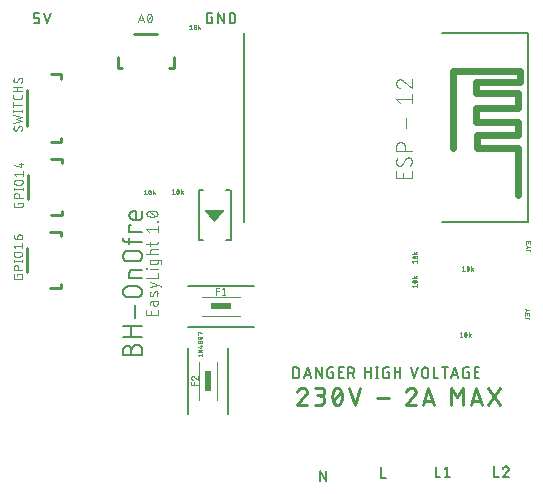
<source format=gbr>
G04 EAGLE Gerber X2 export*
%TF.Part,Single*%
%TF.FileFunction,Legend,Top,1*%
%TF.FilePolarity,Positive*%
%TF.GenerationSoftware,Autodesk,EAGLE,9.1.3*%
%TF.CreationDate,2018-09-20T23:52:22Z*%
G75*
%MOMM*%
%FSLAX34Y34*%
%LPD*%
%AMOC8*
5,1,8,0,0,1.08239X$1,22.5*%
G01*
%ADD10C,0.152400*%
%ADD11C,0.127000*%
%ADD12C,0.228600*%
%ADD13C,0.076200*%
%ADD14C,0.025400*%
%ADD15C,0.050800*%
%ADD16C,0.609600*%
%ADD17C,0.101600*%
%ADD18C,0.070000*%
%ADD19R,0.600000X1.800000*%
%ADD20R,0.600000X1.100000*%
%ADD21R,1.800000X0.600000*%
%ADD22R,1.100000X0.600000*%
%ADD23C,0.254000*%

G36*
X176363Y283127D02*
X176363Y283127D01*
X176473Y283130D01*
X176475Y283130D01*
X176476Y283130D01*
X176578Y283172D01*
X176681Y283213D01*
X176682Y283215D01*
X176684Y283215D01*
X176826Y283338D01*
X184446Y292228D01*
X184479Y292284D01*
X184520Y292334D01*
X184535Y292380D01*
X184559Y292421D01*
X184571Y292486D01*
X184591Y292547D01*
X184590Y292595D01*
X184598Y292642D01*
X184587Y292706D01*
X184585Y292771D01*
X184567Y292816D01*
X184558Y292863D01*
X184525Y292919D01*
X184500Y292979D01*
X184468Y293015D01*
X184444Y293056D01*
X184393Y293097D01*
X184349Y293145D01*
X184306Y293167D01*
X184269Y293197D01*
X184207Y293218D01*
X184149Y293247D01*
X184094Y293256D01*
X184056Y293268D01*
X184017Y293267D01*
X183964Y293275D01*
X168724Y293275D01*
X168660Y293263D01*
X168595Y293262D01*
X168551Y293244D01*
X168503Y293235D01*
X168447Y293202D01*
X168387Y293178D01*
X168351Y293146D01*
X168310Y293121D01*
X168269Y293071D01*
X168221Y293027D01*
X168199Y292984D01*
X168169Y292947D01*
X168148Y292885D01*
X168118Y292828D01*
X168112Y292780D01*
X168097Y292734D01*
X168099Y292670D01*
X168091Y292605D01*
X168102Y292558D01*
X168103Y292510D01*
X168128Y292450D01*
X168143Y292387D01*
X168173Y292339D01*
X168188Y292302D01*
X168196Y292293D01*
X168197Y292292D01*
X168215Y292272D01*
X168243Y292228D01*
X175863Y283338D01*
X175864Y283337D01*
X175865Y283335D01*
X175953Y283264D01*
X176036Y283196D01*
X176038Y283196D01*
X176039Y283194D01*
X176147Y283158D01*
X176249Y283124D01*
X176250Y283124D01*
X176252Y283123D01*
X176363Y283127D01*
G37*
D10*
X105980Y170185D02*
X105980Y174701D01*
X105979Y174701D02*
X105981Y174834D01*
X105987Y174966D01*
X105997Y175098D01*
X106010Y175230D01*
X106028Y175362D01*
X106049Y175492D01*
X106074Y175623D01*
X106103Y175752D01*
X106136Y175880D01*
X106172Y176008D01*
X106212Y176134D01*
X106256Y176259D01*
X106304Y176383D01*
X106355Y176505D01*
X106410Y176626D01*
X106468Y176745D01*
X106530Y176863D01*
X106595Y176978D01*
X106664Y177092D01*
X106735Y177203D01*
X106811Y177312D01*
X106889Y177419D01*
X106970Y177524D01*
X107055Y177626D01*
X107142Y177726D01*
X107232Y177823D01*
X107325Y177918D01*
X107421Y178009D01*
X107519Y178098D01*
X107620Y178184D01*
X107724Y178267D01*
X107830Y178347D01*
X107938Y178423D01*
X108048Y178497D01*
X108161Y178567D01*
X108275Y178634D01*
X108392Y178697D01*
X108510Y178757D01*
X108630Y178814D01*
X108752Y178867D01*
X108875Y178916D01*
X108999Y178962D01*
X109125Y179004D01*
X109252Y179042D01*
X109380Y179077D01*
X109509Y179108D01*
X109638Y179135D01*
X109769Y179158D01*
X109900Y179178D01*
X110032Y179193D01*
X110164Y179205D01*
X110296Y179213D01*
X110429Y179217D01*
X110561Y179217D01*
X110694Y179213D01*
X110826Y179205D01*
X110958Y179193D01*
X111090Y179178D01*
X111221Y179158D01*
X111352Y179135D01*
X111481Y179108D01*
X111610Y179077D01*
X111738Y179042D01*
X111865Y179004D01*
X111991Y178962D01*
X112115Y178916D01*
X112238Y178867D01*
X112360Y178814D01*
X112480Y178757D01*
X112598Y178697D01*
X112715Y178634D01*
X112829Y178567D01*
X112942Y178497D01*
X113052Y178423D01*
X113160Y178347D01*
X113266Y178267D01*
X113370Y178184D01*
X113471Y178098D01*
X113569Y178009D01*
X113665Y177918D01*
X113758Y177823D01*
X113848Y177726D01*
X113935Y177626D01*
X114020Y177524D01*
X114101Y177419D01*
X114179Y177312D01*
X114255Y177203D01*
X114326Y177092D01*
X114395Y176978D01*
X114460Y176863D01*
X114522Y176745D01*
X114580Y176626D01*
X114635Y176505D01*
X114686Y176383D01*
X114734Y176259D01*
X114778Y176134D01*
X114818Y176008D01*
X114854Y175880D01*
X114887Y175752D01*
X114916Y175623D01*
X114941Y175492D01*
X114962Y175362D01*
X114980Y175230D01*
X114993Y175098D01*
X115003Y174966D01*
X115009Y174834D01*
X115011Y174701D01*
X115011Y170185D01*
X98755Y170185D01*
X98755Y174701D01*
X98757Y174820D01*
X98763Y174940D01*
X98773Y175059D01*
X98787Y175177D01*
X98804Y175296D01*
X98826Y175413D01*
X98851Y175530D01*
X98881Y175645D01*
X98914Y175760D01*
X98951Y175874D01*
X98991Y175986D01*
X99036Y176097D01*
X99084Y176206D01*
X99135Y176314D01*
X99190Y176420D01*
X99249Y176524D01*
X99311Y176626D01*
X99376Y176726D01*
X99445Y176824D01*
X99517Y176920D01*
X99592Y177013D01*
X99669Y177103D01*
X99750Y177191D01*
X99834Y177276D01*
X99921Y177358D01*
X100010Y177438D01*
X100102Y177514D01*
X100196Y177588D01*
X100293Y177658D01*
X100391Y177725D01*
X100492Y177789D01*
X100596Y177849D01*
X100701Y177906D01*
X100808Y177959D01*
X100916Y178009D01*
X101026Y178055D01*
X101138Y178097D01*
X101251Y178136D01*
X101365Y178171D01*
X101480Y178202D01*
X101597Y178230D01*
X101714Y178253D01*
X101831Y178273D01*
X101950Y178289D01*
X102069Y178301D01*
X102188Y178309D01*
X102307Y178313D01*
X102427Y178313D01*
X102546Y178309D01*
X102665Y178301D01*
X102784Y178289D01*
X102903Y178273D01*
X103020Y178253D01*
X103137Y178230D01*
X103254Y178202D01*
X103369Y178171D01*
X103483Y178136D01*
X103596Y178097D01*
X103708Y178055D01*
X103818Y178009D01*
X103926Y177959D01*
X104033Y177906D01*
X104138Y177849D01*
X104242Y177789D01*
X104343Y177725D01*
X104441Y177658D01*
X104538Y177588D01*
X104632Y177514D01*
X104724Y177438D01*
X104813Y177358D01*
X104900Y177276D01*
X104984Y177191D01*
X105065Y177103D01*
X105142Y177013D01*
X105217Y176920D01*
X105289Y176824D01*
X105358Y176726D01*
X105423Y176626D01*
X105485Y176524D01*
X105544Y176420D01*
X105599Y176314D01*
X105650Y176206D01*
X105698Y176097D01*
X105743Y175986D01*
X105783Y175874D01*
X105820Y175760D01*
X105853Y175645D01*
X105883Y175530D01*
X105908Y175413D01*
X105930Y175296D01*
X105947Y175177D01*
X105961Y175059D01*
X105971Y174940D01*
X105977Y174820D01*
X105979Y174701D01*
X98755Y185605D02*
X115011Y185605D01*
X105980Y185605D02*
X105980Y194636D01*
X98755Y194636D02*
X115011Y194636D01*
X108689Y201897D02*
X108689Y212734D01*
X110495Y219473D02*
X103270Y219473D01*
X103137Y219475D01*
X103005Y219481D01*
X102873Y219491D01*
X102741Y219504D01*
X102609Y219522D01*
X102479Y219543D01*
X102348Y219568D01*
X102219Y219597D01*
X102091Y219630D01*
X101963Y219666D01*
X101837Y219706D01*
X101712Y219750D01*
X101588Y219798D01*
X101466Y219849D01*
X101345Y219904D01*
X101226Y219962D01*
X101108Y220024D01*
X100993Y220089D01*
X100879Y220158D01*
X100768Y220229D01*
X100659Y220305D01*
X100552Y220383D01*
X100447Y220464D01*
X100345Y220549D01*
X100245Y220636D01*
X100148Y220726D01*
X100053Y220819D01*
X99962Y220915D01*
X99873Y221013D01*
X99787Y221114D01*
X99704Y221218D01*
X99624Y221324D01*
X99548Y221432D01*
X99474Y221542D01*
X99404Y221655D01*
X99337Y221769D01*
X99274Y221886D01*
X99214Y222004D01*
X99157Y222124D01*
X99104Y222246D01*
X99055Y222369D01*
X99009Y222493D01*
X98967Y222619D01*
X98929Y222746D01*
X98894Y222874D01*
X98863Y223003D01*
X98836Y223132D01*
X98813Y223263D01*
X98793Y223394D01*
X98778Y223526D01*
X98766Y223658D01*
X98758Y223790D01*
X98754Y223923D01*
X98754Y224055D01*
X98758Y224188D01*
X98766Y224320D01*
X98778Y224452D01*
X98793Y224584D01*
X98813Y224715D01*
X98836Y224846D01*
X98863Y224975D01*
X98894Y225104D01*
X98929Y225232D01*
X98967Y225359D01*
X99009Y225485D01*
X99055Y225609D01*
X99104Y225732D01*
X99157Y225854D01*
X99214Y225974D01*
X99274Y226092D01*
X99337Y226209D01*
X99404Y226323D01*
X99474Y226436D01*
X99548Y226546D01*
X99624Y226654D01*
X99704Y226760D01*
X99787Y226864D01*
X99873Y226965D01*
X99962Y227063D01*
X100053Y227159D01*
X100148Y227252D01*
X100245Y227342D01*
X100345Y227429D01*
X100447Y227514D01*
X100552Y227595D01*
X100659Y227673D01*
X100768Y227749D01*
X100879Y227820D01*
X100993Y227889D01*
X101108Y227954D01*
X101226Y228016D01*
X101345Y228074D01*
X101466Y228129D01*
X101588Y228180D01*
X101712Y228228D01*
X101837Y228272D01*
X101963Y228312D01*
X102091Y228348D01*
X102219Y228381D01*
X102348Y228410D01*
X102479Y228435D01*
X102609Y228456D01*
X102741Y228474D01*
X102873Y228487D01*
X103005Y228497D01*
X103137Y228503D01*
X103270Y228505D01*
X103270Y228504D02*
X110495Y228504D01*
X110495Y228505D02*
X110628Y228503D01*
X110760Y228497D01*
X110892Y228487D01*
X111024Y228474D01*
X111156Y228456D01*
X111286Y228435D01*
X111417Y228410D01*
X111546Y228381D01*
X111674Y228348D01*
X111802Y228312D01*
X111928Y228272D01*
X112053Y228228D01*
X112177Y228180D01*
X112299Y228129D01*
X112420Y228074D01*
X112539Y228016D01*
X112657Y227954D01*
X112772Y227889D01*
X112886Y227820D01*
X112997Y227749D01*
X113106Y227673D01*
X113213Y227595D01*
X113318Y227514D01*
X113420Y227429D01*
X113520Y227342D01*
X113617Y227252D01*
X113712Y227159D01*
X113803Y227063D01*
X113892Y226965D01*
X113978Y226864D01*
X114061Y226760D01*
X114141Y226654D01*
X114217Y226546D01*
X114291Y226436D01*
X114361Y226323D01*
X114428Y226209D01*
X114491Y226092D01*
X114551Y225974D01*
X114608Y225854D01*
X114661Y225732D01*
X114710Y225609D01*
X114756Y225485D01*
X114798Y225359D01*
X114836Y225232D01*
X114871Y225104D01*
X114902Y224975D01*
X114929Y224846D01*
X114952Y224715D01*
X114972Y224584D01*
X114987Y224452D01*
X114999Y224320D01*
X115007Y224188D01*
X115011Y224055D01*
X115011Y223923D01*
X115007Y223790D01*
X114999Y223658D01*
X114987Y223526D01*
X114972Y223394D01*
X114952Y223263D01*
X114929Y223132D01*
X114902Y223003D01*
X114871Y222874D01*
X114836Y222746D01*
X114798Y222619D01*
X114756Y222493D01*
X114710Y222369D01*
X114661Y222246D01*
X114608Y222124D01*
X114551Y222004D01*
X114491Y221886D01*
X114428Y221769D01*
X114361Y221655D01*
X114291Y221542D01*
X114217Y221432D01*
X114141Y221324D01*
X114061Y221218D01*
X113978Y221114D01*
X113892Y221013D01*
X113803Y220915D01*
X113712Y220819D01*
X113617Y220726D01*
X113520Y220636D01*
X113420Y220549D01*
X113318Y220464D01*
X113213Y220383D01*
X113106Y220305D01*
X112997Y220229D01*
X112886Y220158D01*
X112772Y220089D01*
X112657Y220024D01*
X112539Y219962D01*
X112420Y219904D01*
X112299Y219849D01*
X112177Y219798D01*
X112053Y219750D01*
X111928Y219706D01*
X111802Y219666D01*
X111674Y219630D01*
X111546Y219597D01*
X111417Y219568D01*
X111286Y219543D01*
X111156Y219522D01*
X111024Y219504D01*
X110892Y219491D01*
X110760Y219481D01*
X110628Y219475D01*
X110495Y219473D01*
X115011Y235486D02*
X104173Y235486D01*
X104173Y240002D01*
X104174Y240002D02*
X104176Y240106D01*
X104182Y240209D01*
X104192Y240313D01*
X104206Y240416D01*
X104224Y240518D01*
X104245Y240619D01*
X104271Y240720D01*
X104300Y240819D01*
X104333Y240918D01*
X104370Y241015D01*
X104411Y241110D01*
X104455Y241204D01*
X104503Y241296D01*
X104554Y241386D01*
X104609Y241475D01*
X104667Y241561D01*
X104729Y241644D01*
X104793Y241726D01*
X104861Y241804D01*
X104931Y241880D01*
X105004Y241954D01*
X105081Y242024D01*
X105159Y242092D01*
X105241Y242156D01*
X105324Y242218D01*
X105410Y242276D01*
X105499Y242331D01*
X105589Y242382D01*
X105681Y242430D01*
X105775Y242474D01*
X105870Y242515D01*
X105967Y242552D01*
X106066Y242585D01*
X106165Y242614D01*
X106266Y242640D01*
X106367Y242661D01*
X106469Y242679D01*
X106572Y242693D01*
X106676Y242703D01*
X106779Y242709D01*
X106883Y242711D01*
X115011Y242711D01*
X110495Y249693D02*
X103270Y249693D01*
X103137Y249695D01*
X103005Y249701D01*
X102873Y249711D01*
X102741Y249724D01*
X102609Y249742D01*
X102479Y249763D01*
X102348Y249788D01*
X102219Y249817D01*
X102091Y249850D01*
X101963Y249886D01*
X101837Y249926D01*
X101712Y249970D01*
X101588Y250018D01*
X101466Y250069D01*
X101345Y250124D01*
X101226Y250182D01*
X101108Y250244D01*
X100993Y250309D01*
X100879Y250378D01*
X100768Y250449D01*
X100659Y250525D01*
X100552Y250603D01*
X100447Y250684D01*
X100345Y250769D01*
X100245Y250856D01*
X100148Y250946D01*
X100053Y251039D01*
X99962Y251135D01*
X99873Y251233D01*
X99787Y251334D01*
X99704Y251438D01*
X99624Y251544D01*
X99548Y251652D01*
X99474Y251762D01*
X99404Y251875D01*
X99337Y251989D01*
X99274Y252106D01*
X99214Y252224D01*
X99157Y252344D01*
X99104Y252466D01*
X99055Y252589D01*
X99009Y252713D01*
X98967Y252839D01*
X98929Y252966D01*
X98894Y253094D01*
X98863Y253223D01*
X98836Y253352D01*
X98813Y253483D01*
X98793Y253614D01*
X98778Y253746D01*
X98766Y253878D01*
X98758Y254010D01*
X98754Y254143D01*
X98754Y254275D01*
X98758Y254408D01*
X98766Y254540D01*
X98778Y254672D01*
X98793Y254804D01*
X98813Y254935D01*
X98836Y255066D01*
X98863Y255195D01*
X98894Y255324D01*
X98929Y255452D01*
X98967Y255579D01*
X99009Y255705D01*
X99055Y255829D01*
X99104Y255952D01*
X99157Y256074D01*
X99214Y256194D01*
X99274Y256312D01*
X99337Y256429D01*
X99404Y256543D01*
X99474Y256656D01*
X99548Y256766D01*
X99624Y256874D01*
X99704Y256980D01*
X99787Y257084D01*
X99873Y257185D01*
X99962Y257283D01*
X100053Y257379D01*
X100148Y257472D01*
X100245Y257562D01*
X100345Y257649D01*
X100447Y257734D01*
X100552Y257815D01*
X100659Y257893D01*
X100768Y257969D01*
X100879Y258040D01*
X100993Y258109D01*
X101108Y258174D01*
X101226Y258236D01*
X101345Y258294D01*
X101466Y258349D01*
X101588Y258400D01*
X101712Y258448D01*
X101837Y258492D01*
X101963Y258532D01*
X102091Y258568D01*
X102219Y258601D01*
X102348Y258630D01*
X102479Y258655D01*
X102609Y258676D01*
X102741Y258694D01*
X102873Y258707D01*
X103005Y258717D01*
X103137Y258723D01*
X103270Y258725D01*
X103270Y258724D02*
X110495Y258724D01*
X110495Y258725D02*
X110628Y258723D01*
X110760Y258717D01*
X110892Y258707D01*
X111024Y258694D01*
X111156Y258676D01*
X111286Y258655D01*
X111417Y258630D01*
X111546Y258601D01*
X111674Y258568D01*
X111802Y258532D01*
X111928Y258492D01*
X112053Y258448D01*
X112177Y258400D01*
X112299Y258349D01*
X112420Y258294D01*
X112539Y258236D01*
X112657Y258174D01*
X112772Y258109D01*
X112886Y258040D01*
X112997Y257969D01*
X113106Y257893D01*
X113213Y257815D01*
X113318Y257734D01*
X113420Y257649D01*
X113520Y257562D01*
X113617Y257472D01*
X113712Y257379D01*
X113803Y257283D01*
X113892Y257185D01*
X113978Y257084D01*
X114061Y256980D01*
X114141Y256874D01*
X114217Y256766D01*
X114291Y256656D01*
X114361Y256543D01*
X114428Y256429D01*
X114491Y256312D01*
X114551Y256194D01*
X114608Y256074D01*
X114661Y255952D01*
X114710Y255829D01*
X114756Y255705D01*
X114798Y255579D01*
X114836Y255452D01*
X114871Y255324D01*
X114902Y255195D01*
X114929Y255066D01*
X114952Y254935D01*
X114972Y254804D01*
X114987Y254672D01*
X114999Y254540D01*
X115007Y254408D01*
X115011Y254275D01*
X115011Y254143D01*
X115007Y254010D01*
X114999Y253878D01*
X114987Y253746D01*
X114972Y253614D01*
X114952Y253483D01*
X114929Y253352D01*
X114902Y253223D01*
X114871Y253094D01*
X114836Y252966D01*
X114798Y252839D01*
X114756Y252713D01*
X114710Y252589D01*
X114661Y252466D01*
X114608Y252344D01*
X114551Y252224D01*
X114491Y252106D01*
X114428Y251989D01*
X114361Y251875D01*
X114291Y251762D01*
X114217Y251652D01*
X114141Y251544D01*
X114061Y251438D01*
X113978Y251334D01*
X113892Y251233D01*
X113803Y251135D01*
X113712Y251039D01*
X113617Y250946D01*
X113520Y250856D01*
X113420Y250769D01*
X113318Y250684D01*
X113213Y250603D01*
X113106Y250525D01*
X112997Y250449D01*
X112886Y250378D01*
X112772Y250309D01*
X112657Y250244D01*
X112539Y250182D01*
X112420Y250124D01*
X112299Y250069D01*
X112177Y250018D01*
X112053Y249970D01*
X111928Y249926D01*
X111802Y249886D01*
X111674Y249850D01*
X111546Y249817D01*
X111417Y249788D01*
X111286Y249763D01*
X111156Y249742D01*
X111024Y249724D01*
X110892Y249711D01*
X110760Y249701D01*
X110628Y249695D01*
X110495Y249693D01*
X115011Y266073D02*
X101464Y266073D01*
X101464Y266074D02*
X101360Y266076D01*
X101257Y266082D01*
X101153Y266092D01*
X101050Y266106D01*
X100948Y266124D01*
X100847Y266145D01*
X100746Y266171D01*
X100647Y266200D01*
X100548Y266233D01*
X100451Y266270D01*
X100356Y266311D01*
X100262Y266355D01*
X100170Y266403D01*
X100080Y266454D01*
X99991Y266509D01*
X99905Y266567D01*
X99822Y266629D01*
X99740Y266693D01*
X99662Y266761D01*
X99586Y266831D01*
X99512Y266904D01*
X99442Y266981D01*
X99374Y267059D01*
X99310Y267141D01*
X99248Y267224D01*
X99190Y267310D01*
X99135Y267399D01*
X99084Y267489D01*
X99036Y267581D01*
X98992Y267675D01*
X98951Y267770D01*
X98914Y267867D01*
X98881Y267966D01*
X98852Y268065D01*
X98826Y268166D01*
X98805Y268267D01*
X98787Y268369D01*
X98773Y268472D01*
X98763Y268576D01*
X98757Y268679D01*
X98755Y268783D01*
X98755Y269686D01*
X104173Y269686D02*
X104173Y264267D01*
X104173Y274649D02*
X115011Y274649D01*
X104173Y274649D02*
X104173Y280068D01*
X105980Y280068D01*
X115011Y287694D02*
X115011Y292210D01*
X115010Y287694D02*
X115008Y287593D01*
X115002Y287492D01*
X114993Y287391D01*
X114980Y287290D01*
X114963Y287190D01*
X114942Y287091D01*
X114918Y286993D01*
X114890Y286896D01*
X114858Y286799D01*
X114823Y286704D01*
X114784Y286611D01*
X114742Y286519D01*
X114696Y286428D01*
X114647Y286340D01*
X114595Y286253D01*
X114539Y286168D01*
X114481Y286085D01*
X114419Y286005D01*
X114354Y285927D01*
X114287Y285851D01*
X114217Y285778D01*
X114144Y285708D01*
X114068Y285641D01*
X113990Y285576D01*
X113910Y285514D01*
X113827Y285456D01*
X113742Y285400D01*
X113655Y285348D01*
X113567Y285299D01*
X113476Y285253D01*
X113384Y285211D01*
X113291Y285172D01*
X113196Y285137D01*
X113099Y285105D01*
X113002Y285077D01*
X112904Y285053D01*
X112805Y285032D01*
X112705Y285015D01*
X112604Y285002D01*
X112503Y284993D01*
X112402Y284987D01*
X112301Y284985D01*
X107786Y284985D01*
X107786Y284986D02*
X107667Y284988D01*
X107547Y284994D01*
X107428Y285004D01*
X107310Y285018D01*
X107191Y285035D01*
X107074Y285057D01*
X106957Y285082D01*
X106842Y285112D01*
X106727Y285145D01*
X106613Y285182D01*
X106501Y285222D01*
X106390Y285267D01*
X106281Y285315D01*
X106173Y285366D01*
X106067Y285421D01*
X105963Y285480D01*
X105861Y285542D01*
X105761Y285607D01*
X105663Y285676D01*
X105567Y285748D01*
X105474Y285823D01*
X105384Y285900D01*
X105296Y285981D01*
X105211Y286065D01*
X105129Y286152D01*
X105049Y286241D01*
X104973Y286333D01*
X104899Y286427D01*
X104829Y286524D01*
X104762Y286622D01*
X104698Y286723D01*
X104638Y286827D01*
X104581Y286932D01*
X104528Y287039D01*
X104478Y287147D01*
X104432Y287257D01*
X104390Y287369D01*
X104351Y287482D01*
X104316Y287596D01*
X104285Y287711D01*
X104257Y287828D01*
X104234Y287945D01*
X104214Y288062D01*
X104198Y288181D01*
X104186Y288300D01*
X104178Y288419D01*
X104174Y288538D01*
X104174Y288658D01*
X104178Y288777D01*
X104186Y288896D01*
X104198Y289015D01*
X104214Y289134D01*
X104234Y289251D01*
X104257Y289368D01*
X104285Y289485D01*
X104316Y289600D01*
X104351Y289714D01*
X104390Y289827D01*
X104432Y289939D01*
X104478Y290049D01*
X104528Y290157D01*
X104581Y290264D01*
X104638Y290369D01*
X104698Y290473D01*
X104762Y290574D01*
X104829Y290672D01*
X104899Y290769D01*
X104973Y290863D01*
X105049Y290955D01*
X105129Y291044D01*
X105211Y291131D01*
X105296Y291215D01*
X105384Y291296D01*
X105474Y291373D01*
X105567Y291448D01*
X105663Y291520D01*
X105761Y291589D01*
X105861Y291654D01*
X105963Y291716D01*
X106067Y291775D01*
X106173Y291830D01*
X106281Y291881D01*
X106390Y291929D01*
X106501Y291974D01*
X106613Y292014D01*
X106727Y292051D01*
X106842Y292084D01*
X106957Y292114D01*
X107074Y292139D01*
X107191Y292161D01*
X107310Y292178D01*
X107428Y292192D01*
X107547Y292202D01*
X107667Y292208D01*
X107786Y292210D01*
X109592Y292210D01*
X109592Y284985D01*
D11*
X26033Y451177D02*
X23070Y451177D01*
X26033Y451177D02*
X26122Y451179D01*
X26210Y451185D01*
X26298Y451195D01*
X26386Y451209D01*
X26473Y451227D01*
X26559Y451248D01*
X26644Y451274D01*
X26727Y451303D01*
X26810Y451336D01*
X26890Y451373D01*
X26969Y451413D01*
X27046Y451457D01*
X27122Y451504D01*
X27194Y451554D01*
X27265Y451608D01*
X27333Y451665D01*
X27399Y451725D01*
X27461Y451787D01*
X27521Y451853D01*
X27578Y451921D01*
X27632Y451992D01*
X27682Y452064D01*
X27729Y452139D01*
X27773Y452217D01*
X27813Y452296D01*
X27850Y452376D01*
X27883Y452459D01*
X27912Y452542D01*
X27938Y452627D01*
X27959Y452713D01*
X27977Y452800D01*
X27991Y452888D01*
X28001Y452976D01*
X28007Y453064D01*
X28009Y453153D01*
X28009Y454141D01*
X28007Y454227D01*
X28001Y454313D01*
X27992Y454399D01*
X27979Y454484D01*
X27962Y454569D01*
X27942Y454652D01*
X27918Y454735D01*
X27890Y454817D01*
X27859Y454897D01*
X27824Y454976D01*
X27786Y455053D01*
X27744Y455129D01*
X27700Y455203D01*
X27652Y455274D01*
X27601Y455344D01*
X27547Y455411D01*
X27490Y455476D01*
X27430Y455538D01*
X27368Y455598D01*
X27303Y455655D01*
X27236Y455709D01*
X27166Y455760D01*
X27095Y455808D01*
X27021Y455852D01*
X26945Y455894D01*
X26868Y455932D01*
X26789Y455967D01*
X26709Y455998D01*
X26627Y456026D01*
X26544Y456050D01*
X26461Y456070D01*
X26376Y456087D01*
X26291Y456100D01*
X26205Y456109D01*
X26119Y456115D01*
X26033Y456117D01*
X26033Y456116D02*
X23070Y456116D01*
X23070Y460067D01*
X28009Y460067D01*
X31720Y460067D02*
X34683Y451177D01*
X37647Y460067D01*
X172982Y456205D02*
X174463Y456205D01*
X174463Y451266D01*
X171500Y451266D01*
X171414Y451268D01*
X171328Y451274D01*
X171242Y451283D01*
X171157Y451296D01*
X171072Y451313D01*
X170989Y451333D01*
X170906Y451357D01*
X170824Y451385D01*
X170744Y451416D01*
X170665Y451451D01*
X170588Y451489D01*
X170512Y451531D01*
X170438Y451575D01*
X170367Y451623D01*
X170297Y451674D01*
X170230Y451728D01*
X170165Y451785D01*
X170103Y451845D01*
X170043Y451907D01*
X169986Y451972D01*
X169932Y452039D01*
X169881Y452109D01*
X169833Y452180D01*
X169789Y452254D01*
X169747Y452330D01*
X169709Y452407D01*
X169674Y452486D01*
X169643Y452566D01*
X169615Y452648D01*
X169591Y452731D01*
X169571Y452814D01*
X169554Y452899D01*
X169541Y452984D01*
X169532Y453070D01*
X169526Y453156D01*
X169524Y453242D01*
X169524Y458181D01*
X169526Y458270D01*
X169532Y458358D01*
X169542Y458446D01*
X169556Y458534D01*
X169574Y458621D01*
X169595Y458707D01*
X169621Y458792D01*
X169650Y458875D01*
X169683Y458958D01*
X169720Y459038D01*
X169760Y459117D01*
X169804Y459194D01*
X169851Y459270D01*
X169901Y459342D01*
X169955Y459413D01*
X170012Y459481D01*
X170072Y459547D01*
X170134Y459609D01*
X170200Y459669D01*
X170268Y459726D01*
X170339Y459780D01*
X170411Y459830D01*
X170486Y459877D01*
X170564Y459921D01*
X170643Y459961D01*
X170723Y459998D01*
X170806Y460031D01*
X170889Y460060D01*
X170974Y460086D01*
X171060Y460107D01*
X171147Y460125D01*
X171235Y460139D01*
X171323Y460149D01*
X171411Y460155D01*
X171500Y460157D01*
X171500Y460156D02*
X174463Y460156D01*
X179278Y460156D02*
X179278Y451266D01*
X184217Y451266D02*
X179278Y460156D01*
X184217Y460156D02*
X184217Y451266D01*
X189031Y451266D02*
X189031Y460156D01*
X191501Y460156D01*
X191598Y460154D01*
X191695Y460148D01*
X191791Y460139D01*
X191887Y460126D01*
X191983Y460109D01*
X192077Y460088D01*
X192171Y460063D01*
X192264Y460035D01*
X192356Y460003D01*
X192446Y459968D01*
X192535Y459929D01*
X192622Y459887D01*
X192707Y459841D01*
X192791Y459792D01*
X192873Y459740D01*
X192952Y459684D01*
X193030Y459626D01*
X193104Y459564D01*
X193177Y459500D01*
X193247Y459433D01*
X193314Y459363D01*
X193378Y459290D01*
X193440Y459216D01*
X193498Y459138D01*
X193554Y459059D01*
X193606Y458977D01*
X193655Y458893D01*
X193701Y458808D01*
X193743Y458721D01*
X193782Y458632D01*
X193817Y458542D01*
X193849Y458450D01*
X193877Y458357D01*
X193902Y458263D01*
X193923Y458169D01*
X193940Y458073D01*
X193953Y457977D01*
X193962Y457881D01*
X193968Y457784D01*
X193970Y457687D01*
X193970Y453736D01*
X193968Y453639D01*
X193962Y453542D01*
X193953Y453446D01*
X193940Y453350D01*
X193923Y453254D01*
X193902Y453160D01*
X193877Y453066D01*
X193849Y452973D01*
X193817Y452881D01*
X193782Y452791D01*
X193743Y452702D01*
X193701Y452615D01*
X193655Y452530D01*
X193606Y452446D01*
X193554Y452364D01*
X193498Y452285D01*
X193440Y452207D01*
X193378Y452133D01*
X193314Y452060D01*
X193247Y451990D01*
X193177Y451923D01*
X193104Y451859D01*
X193030Y451797D01*
X192952Y451739D01*
X192873Y451683D01*
X192791Y451631D01*
X192707Y451582D01*
X192622Y451536D01*
X192535Y451494D01*
X192446Y451455D01*
X192356Y451420D01*
X192264Y451388D01*
X192171Y451360D01*
X192077Y451335D01*
X191983Y451314D01*
X191887Y451297D01*
X191791Y451284D01*
X191695Y451275D01*
X191598Y451269D01*
X191501Y451267D01*
X191501Y451266D02*
X189031Y451266D01*
X243148Y159932D02*
X243148Y151042D01*
X243148Y159932D02*
X245618Y159932D01*
X245618Y159931D02*
X245715Y159929D01*
X245812Y159923D01*
X245908Y159914D01*
X246004Y159901D01*
X246100Y159884D01*
X246194Y159863D01*
X246288Y159838D01*
X246381Y159810D01*
X246473Y159778D01*
X246563Y159743D01*
X246652Y159704D01*
X246739Y159662D01*
X246824Y159616D01*
X246908Y159567D01*
X246990Y159515D01*
X247069Y159459D01*
X247147Y159401D01*
X247221Y159339D01*
X247294Y159275D01*
X247364Y159208D01*
X247431Y159138D01*
X247495Y159065D01*
X247557Y158991D01*
X247615Y158913D01*
X247671Y158834D01*
X247723Y158752D01*
X247772Y158668D01*
X247818Y158583D01*
X247860Y158496D01*
X247899Y158407D01*
X247934Y158317D01*
X247966Y158225D01*
X247994Y158132D01*
X248019Y158038D01*
X248040Y157944D01*
X248057Y157848D01*
X248070Y157752D01*
X248079Y157656D01*
X248085Y157559D01*
X248087Y157462D01*
X248087Y153511D01*
X248085Y153414D01*
X248079Y153317D01*
X248070Y153221D01*
X248057Y153125D01*
X248040Y153029D01*
X248019Y152935D01*
X247994Y152841D01*
X247966Y152748D01*
X247934Y152656D01*
X247899Y152566D01*
X247860Y152477D01*
X247818Y152390D01*
X247772Y152305D01*
X247723Y152221D01*
X247671Y152139D01*
X247615Y152060D01*
X247557Y151982D01*
X247495Y151908D01*
X247431Y151835D01*
X247364Y151765D01*
X247294Y151698D01*
X247221Y151634D01*
X247147Y151572D01*
X247069Y151514D01*
X246990Y151458D01*
X246908Y151406D01*
X246824Y151357D01*
X246739Y151311D01*
X246652Y151269D01*
X246563Y151230D01*
X246473Y151195D01*
X246381Y151163D01*
X246288Y151135D01*
X246194Y151110D01*
X246100Y151089D01*
X246004Y151072D01*
X245908Y151059D01*
X245812Y151050D01*
X245715Y151044D01*
X245618Y151042D01*
X243148Y151042D01*
X252103Y151042D02*
X255067Y159932D01*
X258030Y151042D01*
X257289Y153264D02*
X252844Y153264D01*
X262046Y151042D02*
X262046Y159932D01*
X266985Y151042D01*
X266985Y159932D01*
X275257Y155981D02*
X276738Y155981D01*
X276738Y151042D01*
X273775Y151042D01*
X273775Y151041D02*
X273689Y151043D01*
X273603Y151049D01*
X273517Y151058D01*
X273432Y151071D01*
X273347Y151088D01*
X273264Y151108D01*
X273181Y151132D01*
X273099Y151160D01*
X273019Y151191D01*
X272940Y151226D01*
X272863Y151264D01*
X272787Y151306D01*
X272713Y151350D01*
X272642Y151398D01*
X272572Y151449D01*
X272505Y151503D01*
X272440Y151560D01*
X272378Y151620D01*
X272318Y151682D01*
X272261Y151747D01*
X272207Y151814D01*
X272156Y151884D01*
X272108Y151955D01*
X272064Y152029D01*
X272022Y152105D01*
X271984Y152182D01*
X271949Y152261D01*
X271918Y152341D01*
X271890Y152423D01*
X271866Y152506D01*
X271846Y152589D01*
X271829Y152674D01*
X271816Y152759D01*
X271807Y152845D01*
X271801Y152931D01*
X271799Y153017D01*
X271800Y153017D02*
X271800Y157956D01*
X271799Y157956D02*
X271801Y158045D01*
X271807Y158133D01*
X271817Y158221D01*
X271831Y158309D01*
X271849Y158396D01*
X271870Y158482D01*
X271896Y158567D01*
X271925Y158650D01*
X271958Y158733D01*
X271995Y158813D01*
X272035Y158892D01*
X272079Y158969D01*
X272126Y159045D01*
X272176Y159117D01*
X272230Y159188D01*
X272287Y159256D01*
X272347Y159322D01*
X272409Y159384D01*
X272475Y159444D01*
X272543Y159501D01*
X272614Y159555D01*
X272686Y159605D01*
X272761Y159652D01*
X272839Y159696D01*
X272918Y159736D01*
X272998Y159773D01*
X273081Y159806D01*
X273164Y159835D01*
X273249Y159861D01*
X273335Y159882D01*
X273422Y159900D01*
X273510Y159914D01*
X273598Y159924D01*
X273686Y159930D01*
X273775Y159932D01*
X276738Y159932D01*
X281576Y151042D02*
X285527Y151042D01*
X281576Y151042D02*
X281576Y159932D01*
X285527Y159932D01*
X284540Y155981D02*
X281576Y155981D01*
X289553Y159932D02*
X289553Y151042D01*
X289553Y159932D02*
X292023Y159932D01*
X292023Y159931D02*
X292121Y159929D01*
X292219Y159923D01*
X292317Y159913D01*
X292414Y159900D01*
X292511Y159882D01*
X292607Y159861D01*
X292701Y159836D01*
X292795Y159807D01*
X292888Y159775D01*
X292979Y159738D01*
X293069Y159699D01*
X293157Y159655D01*
X293243Y159608D01*
X293328Y159558D01*
X293410Y159505D01*
X293490Y159448D01*
X293568Y159388D01*
X293643Y159325D01*
X293716Y159259D01*
X293786Y159190D01*
X293853Y159119D01*
X293918Y159045D01*
X293979Y158968D01*
X294038Y158889D01*
X294093Y158808D01*
X294145Y158725D01*
X294193Y158639D01*
X294238Y158552D01*
X294280Y158463D01*
X294318Y158373D01*
X294352Y158281D01*
X294383Y158188D01*
X294410Y158093D01*
X294433Y157998D01*
X294453Y157901D01*
X294468Y157805D01*
X294480Y157707D01*
X294488Y157609D01*
X294492Y157511D01*
X294492Y157413D01*
X294488Y157315D01*
X294480Y157217D01*
X294468Y157119D01*
X294453Y157023D01*
X294433Y156926D01*
X294410Y156831D01*
X294383Y156736D01*
X294352Y156643D01*
X294318Y156551D01*
X294280Y156461D01*
X294238Y156372D01*
X294193Y156285D01*
X294145Y156199D01*
X294093Y156116D01*
X294038Y156035D01*
X293979Y155956D01*
X293918Y155879D01*
X293853Y155805D01*
X293786Y155734D01*
X293716Y155665D01*
X293643Y155599D01*
X293568Y155536D01*
X293490Y155476D01*
X293410Y155419D01*
X293328Y155366D01*
X293243Y155316D01*
X293157Y155269D01*
X293069Y155225D01*
X292979Y155186D01*
X292888Y155149D01*
X292795Y155117D01*
X292701Y155088D01*
X292607Y155063D01*
X292511Y155042D01*
X292414Y155024D01*
X292317Y155011D01*
X292219Y155001D01*
X292121Y154995D01*
X292023Y154993D01*
X289553Y154993D01*
X292517Y154993D02*
X294492Y151042D01*
X303803Y151042D02*
X303803Y159932D01*
X303803Y155981D02*
X308742Y155981D01*
X308742Y159932D02*
X308742Y151042D01*
X313893Y151042D02*
X313893Y159932D01*
X312905Y151042D02*
X314881Y151042D01*
X314881Y159932D02*
X312905Y159932D01*
X322501Y155981D02*
X323982Y155981D01*
X323982Y151042D01*
X321019Y151042D01*
X321019Y151041D02*
X320933Y151043D01*
X320847Y151049D01*
X320761Y151058D01*
X320676Y151071D01*
X320591Y151088D01*
X320508Y151108D01*
X320425Y151132D01*
X320343Y151160D01*
X320263Y151191D01*
X320184Y151226D01*
X320107Y151264D01*
X320031Y151306D01*
X319957Y151350D01*
X319886Y151398D01*
X319816Y151449D01*
X319749Y151503D01*
X319684Y151560D01*
X319622Y151620D01*
X319562Y151682D01*
X319505Y151747D01*
X319451Y151814D01*
X319400Y151884D01*
X319352Y151955D01*
X319308Y152029D01*
X319266Y152105D01*
X319228Y152182D01*
X319193Y152261D01*
X319162Y152341D01*
X319134Y152423D01*
X319110Y152506D01*
X319090Y152589D01*
X319073Y152674D01*
X319060Y152759D01*
X319051Y152845D01*
X319045Y152931D01*
X319043Y153017D01*
X319043Y157956D01*
X319045Y158045D01*
X319051Y158133D01*
X319061Y158221D01*
X319075Y158309D01*
X319093Y158396D01*
X319114Y158482D01*
X319140Y158567D01*
X319169Y158650D01*
X319202Y158733D01*
X319239Y158813D01*
X319279Y158892D01*
X319323Y158969D01*
X319370Y159045D01*
X319420Y159117D01*
X319474Y159188D01*
X319531Y159256D01*
X319591Y159322D01*
X319653Y159384D01*
X319719Y159444D01*
X319787Y159501D01*
X319858Y159555D01*
X319930Y159605D01*
X320005Y159652D01*
X320083Y159696D01*
X320162Y159736D01*
X320242Y159773D01*
X320325Y159806D01*
X320408Y159835D01*
X320493Y159861D01*
X320579Y159882D01*
X320666Y159900D01*
X320754Y159914D01*
X320842Y159924D01*
X320930Y159930D01*
X321019Y159932D01*
X323982Y159932D01*
X328797Y159932D02*
X328797Y151042D01*
X328797Y155981D02*
X333736Y155981D01*
X333736Y159932D02*
X333736Y151042D01*
X345592Y151042D02*
X342629Y159932D01*
X348555Y159932D02*
X345592Y151042D01*
X352266Y153511D02*
X352266Y157462D01*
X352267Y157462D02*
X352269Y157560D01*
X352275Y157658D01*
X352285Y157756D01*
X352298Y157853D01*
X352316Y157950D01*
X352337Y158046D01*
X352362Y158140D01*
X352391Y158234D01*
X352423Y158327D01*
X352460Y158418D01*
X352499Y158508D01*
X352543Y158596D01*
X352590Y158682D01*
X352640Y158767D01*
X352693Y158849D01*
X352750Y158929D01*
X352810Y159007D01*
X352873Y159082D01*
X352939Y159155D01*
X353008Y159225D01*
X353079Y159292D01*
X353153Y159357D01*
X353230Y159418D01*
X353309Y159477D01*
X353390Y159532D01*
X353473Y159584D01*
X353559Y159632D01*
X353646Y159677D01*
X353735Y159719D01*
X353825Y159757D01*
X353917Y159791D01*
X354010Y159822D01*
X354105Y159849D01*
X354200Y159872D01*
X354297Y159892D01*
X354393Y159907D01*
X354491Y159919D01*
X354589Y159927D01*
X354687Y159931D01*
X354785Y159931D01*
X354883Y159927D01*
X354981Y159919D01*
X355079Y159907D01*
X355175Y159892D01*
X355272Y159872D01*
X355367Y159849D01*
X355462Y159822D01*
X355555Y159791D01*
X355647Y159757D01*
X355737Y159719D01*
X355826Y159677D01*
X355913Y159632D01*
X355999Y159584D01*
X356082Y159532D01*
X356163Y159477D01*
X356242Y159418D01*
X356319Y159357D01*
X356393Y159292D01*
X356464Y159225D01*
X356533Y159155D01*
X356599Y159082D01*
X356662Y159007D01*
X356722Y158929D01*
X356779Y158849D01*
X356832Y158767D01*
X356882Y158682D01*
X356929Y158596D01*
X356973Y158508D01*
X357012Y158418D01*
X357049Y158327D01*
X357081Y158234D01*
X357110Y158140D01*
X357135Y158046D01*
X357156Y157950D01*
X357174Y157853D01*
X357187Y157756D01*
X357197Y157658D01*
X357203Y157560D01*
X357205Y157462D01*
X357205Y153511D01*
X357203Y153413D01*
X357197Y153315D01*
X357187Y153217D01*
X357174Y153120D01*
X357156Y153023D01*
X357135Y152927D01*
X357110Y152833D01*
X357081Y152739D01*
X357049Y152646D01*
X357012Y152555D01*
X356973Y152465D01*
X356929Y152377D01*
X356882Y152291D01*
X356832Y152206D01*
X356779Y152124D01*
X356722Y152044D01*
X356662Y151966D01*
X356599Y151891D01*
X356533Y151818D01*
X356464Y151748D01*
X356393Y151681D01*
X356319Y151616D01*
X356242Y151555D01*
X356163Y151496D01*
X356082Y151441D01*
X355999Y151389D01*
X355913Y151341D01*
X355826Y151296D01*
X355737Y151254D01*
X355647Y151216D01*
X355555Y151182D01*
X355462Y151151D01*
X355367Y151124D01*
X355272Y151101D01*
X355175Y151081D01*
X355079Y151066D01*
X354981Y151054D01*
X354883Y151046D01*
X354785Y151042D01*
X354687Y151042D01*
X354589Y151046D01*
X354491Y151054D01*
X354393Y151066D01*
X354297Y151081D01*
X354200Y151101D01*
X354105Y151124D01*
X354010Y151151D01*
X353917Y151182D01*
X353825Y151216D01*
X353735Y151254D01*
X353646Y151296D01*
X353559Y151341D01*
X353473Y151389D01*
X353390Y151441D01*
X353309Y151496D01*
X353230Y151555D01*
X353153Y151616D01*
X353079Y151681D01*
X353008Y151748D01*
X352939Y151818D01*
X352873Y151891D01*
X352810Y151966D01*
X352750Y152044D01*
X352693Y152124D01*
X352640Y152206D01*
X352590Y152291D01*
X352543Y152377D01*
X352499Y152465D01*
X352460Y152555D01*
X352423Y152646D01*
X352391Y152739D01*
X352362Y152833D01*
X352337Y152927D01*
X352316Y153023D01*
X352298Y153120D01*
X352285Y153217D01*
X352275Y153315D01*
X352269Y153413D01*
X352267Y153511D01*
X361738Y151042D02*
X361738Y159932D01*
X361738Y151042D02*
X365689Y151042D01*
X371195Y151042D02*
X371195Y159932D01*
X368726Y159932D02*
X373664Y159932D01*
X379729Y159932D02*
X376766Y151042D01*
X382693Y151042D02*
X379729Y159932D01*
X381952Y153264D02*
X377507Y153264D01*
X390166Y155981D02*
X391648Y155981D01*
X391648Y151042D01*
X388684Y151042D01*
X388684Y151041D02*
X388598Y151043D01*
X388512Y151049D01*
X388426Y151058D01*
X388341Y151071D01*
X388256Y151088D01*
X388173Y151108D01*
X388090Y151132D01*
X388008Y151160D01*
X387928Y151191D01*
X387849Y151226D01*
X387772Y151264D01*
X387696Y151306D01*
X387622Y151350D01*
X387551Y151398D01*
X387481Y151449D01*
X387414Y151503D01*
X387349Y151560D01*
X387287Y151620D01*
X387227Y151682D01*
X387170Y151747D01*
X387116Y151814D01*
X387065Y151884D01*
X387017Y151955D01*
X386973Y152029D01*
X386931Y152105D01*
X386893Y152182D01*
X386858Y152261D01*
X386827Y152341D01*
X386799Y152423D01*
X386775Y152506D01*
X386755Y152589D01*
X386738Y152674D01*
X386725Y152759D01*
X386716Y152845D01*
X386710Y152931D01*
X386708Y153017D01*
X386709Y153017D02*
X386709Y157956D01*
X386708Y157956D02*
X386710Y158045D01*
X386716Y158133D01*
X386726Y158221D01*
X386740Y158309D01*
X386758Y158396D01*
X386779Y158482D01*
X386805Y158567D01*
X386834Y158650D01*
X386867Y158733D01*
X386904Y158813D01*
X386944Y158892D01*
X386988Y158969D01*
X387035Y159045D01*
X387085Y159117D01*
X387139Y159188D01*
X387196Y159256D01*
X387256Y159322D01*
X387318Y159384D01*
X387384Y159444D01*
X387452Y159501D01*
X387523Y159555D01*
X387595Y159605D01*
X387670Y159652D01*
X387748Y159696D01*
X387827Y159736D01*
X387907Y159773D01*
X387990Y159806D01*
X388073Y159835D01*
X388158Y159861D01*
X388244Y159882D01*
X388331Y159900D01*
X388419Y159914D01*
X388507Y159924D01*
X388595Y159930D01*
X388684Y159932D01*
X391648Y159932D01*
X396485Y151042D02*
X400436Y151042D01*
X396485Y151042D02*
X396485Y159932D01*
X400436Y159932D01*
X399449Y155981D02*
X396485Y155981D01*
X412882Y76193D02*
X412882Y67303D01*
X416833Y67303D01*
X425418Y73970D02*
X425416Y74062D01*
X425410Y74154D01*
X425401Y74245D01*
X425388Y74336D01*
X425371Y74426D01*
X425350Y74516D01*
X425326Y74604D01*
X425298Y74692D01*
X425266Y74778D01*
X425231Y74863D01*
X425192Y74946D01*
X425150Y75028D01*
X425105Y75108D01*
X425056Y75186D01*
X425004Y75262D01*
X424949Y75335D01*
X424891Y75407D01*
X424831Y75476D01*
X424767Y75542D01*
X424701Y75606D01*
X424632Y75666D01*
X424560Y75724D01*
X424487Y75779D01*
X424411Y75831D01*
X424333Y75880D01*
X424253Y75925D01*
X424171Y75967D01*
X424088Y76006D01*
X424003Y76041D01*
X423917Y76073D01*
X423829Y76101D01*
X423741Y76125D01*
X423651Y76146D01*
X423561Y76163D01*
X423470Y76176D01*
X423379Y76185D01*
X423287Y76191D01*
X423195Y76193D01*
X423089Y76191D01*
X422984Y76185D01*
X422879Y76175D01*
X422774Y76162D01*
X422670Y76144D01*
X422567Y76123D01*
X422464Y76098D01*
X422362Y76069D01*
X422262Y76036D01*
X422163Y76000D01*
X422065Y75960D01*
X421969Y75916D01*
X421874Y75869D01*
X421782Y75819D01*
X421691Y75765D01*
X421602Y75707D01*
X421516Y75647D01*
X421432Y75583D01*
X421350Y75517D01*
X421270Y75447D01*
X421194Y75374D01*
X421120Y75299D01*
X421049Y75221D01*
X420981Y75140D01*
X420915Y75057D01*
X420853Y74971D01*
X420795Y74884D01*
X420739Y74794D01*
X420687Y74702D01*
X420638Y74608D01*
X420593Y74513D01*
X420551Y74416D01*
X420513Y74317D01*
X420479Y74218D01*
X424676Y72241D02*
X424745Y72310D01*
X424811Y72380D01*
X424874Y72454D01*
X424933Y72530D01*
X424990Y72608D01*
X425044Y72688D01*
X425094Y72771D01*
X425141Y72855D01*
X425184Y72942D01*
X425224Y73030D01*
X425260Y73119D01*
X425293Y73210D01*
X425322Y73302D01*
X425347Y73396D01*
X425368Y73490D01*
X425386Y73585D01*
X425399Y73681D01*
X425409Y73777D01*
X425415Y73873D01*
X425417Y73970D01*
X424677Y72242D02*
X420478Y67303D01*
X425417Y67303D01*
X317646Y66530D02*
X317646Y75420D01*
X317646Y66530D02*
X321597Y66530D01*
X265660Y63288D02*
X265660Y72178D01*
X270598Y63288D01*
X270598Y72178D01*
D12*
X254398Y138968D02*
X254396Y139086D01*
X254390Y139205D01*
X254381Y139323D01*
X254367Y139441D01*
X254350Y139558D01*
X254328Y139674D01*
X254303Y139790D01*
X254275Y139905D01*
X254242Y140019D01*
X254206Y140132D01*
X254166Y140243D01*
X254122Y140353D01*
X254075Y140462D01*
X254025Y140569D01*
X253971Y140674D01*
X253913Y140778D01*
X253852Y140880D01*
X253788Y140979D01*
X253721Y141077D01*
X253650Y141172D01*
X253576Y141265D01*
X253500Y141355D01*
X253420Y141443D01*
X253338Y141528D01*
X253253Y141610D01*
X253165Y141690D01*
X253075Y141766D01*
X252982Y141840D01*
X252887Y141911D01*
X252789Y141978D01*
X252690Y142042D01*
X252588Y142103D01*
X252484Y142161D01*
X252379Y142215D01*
X252272Y142265D01*
X252163Y142312D01*
X252053Y142356D01*
X251942Y142396D01*
X251829Y142432D01*
X251715Y142465D01*
X251600Y142493D01*
X251484Y142518D01*
X251368Y142540D01*
X251251Y142557D01*
X251133Y142571D01*
X251015Y142580D01*
X250896Y142586D01*
X250778Y142588D01*
X250645Y142586D01*
X250512Y142580D01*
X250380Y142571D01*
X250248Y142558D01*
X250116Y142541D01*
X249984Y142520D01*
X249854Y142495D01*
X249724Y142467D01*
X249595Y142435D01*
X249467Y142399D01*
X249340Y142360D01*
X249214Y142317D01*
X249090Y142271D01*
X248967Y142221D01*
X248845Y142167D01*
X248725Y142110D01*
X248606Y142050D01*
X248490Y141986D01*
X248375Y141919D01*
X248262Y141849D01*
X248152Y141775D01*
X248043Y141699D01*
X247937Y141619D01*
X247833Y141536D01*
X247731Y141451D01*
X247632Y141362D01*
X247535Y141271D01*
X247441Y141177D01*
X247350Y141080D01*
X247262Y140981D01*
X247176Y140879D01*
X247094Y140775D01*
X247014Y140668D01*
X246938Y140560D01*
X246864Y140449D01*
X246794Y140336D01*
X246727Y140221D01*
X246664Y140105D01*
X246603Y139986D01*
X246547Y139866D01*
X246493Y139744D01*
X246443Y139621D01*
X246397Y139497D01*
X246354Y139371D01*
X253191Y136153D02*
X253278Y136237D01*
X253361Y136325D01*
X253442Y136415D01*
X253520Y136508D01*
X253596Y136603D01*
X253668Y136700D01*
X253737Y136799D01*
X253803Y136901D01*
X253866Y137004D01*
X253925Y137110D01*
X253981Y137217D01*
X254034Y137326D01*
X254084Y137436D01*
X254130Y137548D01*
X254172Y137662D01*
X254211Y137777D01*
X254246Y137892D01*
X254278Y138009D01*
X254306Y138127D01*
X254330Y138246D01*
X254351Y138365D01*
X254368Y138485D01*
X254381Y138605D01*
X254390Y138726D01*
X254396Y138847D01*
X254398Y138968D01*
X253191Y136153D02*
X246354Y128110D01*
X254397Y128110D01*
X261220Y128110D02*
X265241Y128110D01*
X265241Y128109D02*
X265366Y128111D01*
X265491Y128117D01*
X265616Y128126D01*
X265740Y128140D01*
X265864Y128158D01*
X265987Y128179D01*
X266110Y128204D01*
X266232Y128233D01*
X266352Y128266D01*
X266472Y128302D01*
X266590Y128342D01*
X266708Y128386D01*
X266823Y128433D01*
X266938Y128484D01*
X267050Y128539D01*
X267161Y128597D01*
X267270Y128658D01*
X267377Y128723D01*
X267482Y128791D01*
X267585Y128862D01*
X267685Y128937D01*
X267783Y129015D01*
X267879Y129095D01*
X267972Y129179D01*
X268063Y129265D01*
X268151Y129354D01*
X268236Y129446D01*
X268318Y129540D01*
X268397Y129637D01*
X268473Y129737D01*
X268546Y129838D01*
X268615Y129942D01*
X268682Y130048D01*
X268745Y130156D01*
X268805Y130266D01*
X268861Y130378D01*
X268914Y130491D01*
X268963Y130606D01*
X269008Y130723D01*
X269050Y130841D01*
X269089Y130960D01*
X269123Y131080D01*
X269154Y131201D01*
X269181Y131323D01*
X269204Y131446D01*
X269224Y131570D01*
X269239Y131694D01*
X269251Y131819D01*
X269259Y131943D01*
X269263Y132068D01*
X269263Y132194D01*
X269259Y132319D01*
X269251Y132443D01*
X269239Y132568D01*
X269224Y132692D01*
X269204Y132816D01*
X269181Y132939D01*
X269154Y133061D01*
X269123Y133182D01*
X269089Y133302D01*
X269050Y133421D01*
X269008Y133539D01*
X268963Y133656D01*
X268914Y133771D01*
X268861Y133884D01*
X268805Y133996D01*
X268745Y134106D01*
X268682Y134214D01*
X268615Y134320D01*
X268546Y134424D01*
X268473Y134525D01*
X268397Y134625D01*
X268318Y134722D01*
X268236Y134816D01*
X268151Y134908D01*
X268063Y134997D01*
X267972Y135083D01*
X267879Y135167D01*
X267783Y135247D01*
X267685Y135325D01*
X267585Y135400D01*
X267482Y135471D01*
X267377Y135539D01*
X267270Y135604D01*
X267161Y135665D01*
X267050Y135723D01*
X266938Y135778D01*
X266823Y135829D01*
X266708Y135876D01*
X266590Y135920D01*
X266472Y135960D01*
X266352Y135996D01*
X266232Y136029D01*
X266110Y136058D01*
X265987Y136083D01*
X265864Y136104D01*
X265740Y136122D01*
X265616Y136136D01*
X265491Y136145D01*
X265366Y136151D01*
X265241Y136153D01*
X266046Y142588D02*
X261220Y142588D01*
X266046Y142587D02*
X266158Y142585D01*
X266270Y142579D01*
X266382Y142569D01*
X266494Y142556D01*
X266605Y142538D01*
X266715Y142517D01*
X266824Y142491D01*
X266933Y142462D01*
X267040Y142430D01*
X267146Y142393D01*
X267251Y142353D01*
X267354Y142309D01*
X267456Y142261D01*
X267556Y142210D01*
X267655Y142156D01*
X267751Y142098D01*
X267845Y142037D01*
X267937Y141973D01*
X268027Y141905D01*
X268114Y141834D01*
X268199Y141761D01*
X268281Y141684D01*
X268360Y141605D01*
X268437Y141523D01*
X268510Y141438D01*
X268581Y141351D01*
X268649Y141261D01*
X268713Y141169D01*
X268774Y141075D01*
X268832Y140978D01*
X268886Y140880D01*
X268937Y140780D01*
X268985Y140678D01*
X269029Y140575D01*
X269069Y140470D01*
X269106Y140364D01*
X269138Y140257D01*
X269167Y140148D01*
X269193Y140039D01*
X269214Y139929D01*
X269232Y139818D01*
X269245Y139706D01*
X269255Y139594D01*
X269261Y139482D01*
X269263Y139370D01*
X269261Y139258D01*
X269255Y139146D01*
X269245Y139034D01*
X269232Y138922D01*
X269214Y138811D01*
X269193Y138701D01*
X269167Y138592D01*
X269138Y138483D01*
X269106Y138376D01*
X269069Y138270D01*
X269029Y138165D01*
X268985Y138062D01*
X268937Y137960D01*
X268886Y137860D01*
X268832Y137761D01*
X268774Y137665D01*
X268713Y137571D01*
X268649Y137479D01*
X268581Y137389D01*
X268510Y137302D01*
X268437Y137217D01*
X268360Y137135D01*
X268281Y137056D01*
X268199Y136979D01*
X268114Y136906D01*
X268027Y136835D01*
X267937Y136767D01*
X267845Y136703D01*
X267751Y136642D01*
X267655Y136584D01*
X267556Y136530D01*
X267456Y136479D01*
X267354Y136431D01*
X267251Y136387D01*
X267146Y136347D01*
X267040Y136310D01*
X266933Y136278D01*
X266824Y136249D01*
X266715Y136223D01*
X266605Y136202D01*
X266494Y136184D01*
X266382Y136171D01*
X266270Y136161D01*
X266158Y136155D01*
X266046Y136153D01*
X262828Y136153D01*
X276085Y135349D02*
X276088Y135634D01*
X276099Y135918D01*
X276116Y136203D01*
X276139Y136487D01*
X276170Y136770D01*
X276207Y137052D01*
X276251Y137334D01*
X276302Y137614D01*
X276359Y137893D01*
X276423Y138170D01*
X276494Y138446D01*
X276571Y138720D01*
X276655Y138993D01*
X276745Y139263D01*
X276842Y139531D01*
X276945Y139796D01*
X277054Y140059D01*
X277170Y140320D01*
X277292Y140577D01*
X277329Y140679D01*
X277370Y140780D01*
X277414Y140879D01*
X277462Y140976D01*
X277514Y141072D01*
X277569Y141166D01*
X277627Y141257D01*
X277689Y141346D01*
X277754Y141434D01*
X277822Y141518D01*
X277893Y141600D01*
X277967Y141680D01*
X278043Y141756D01*
X278123Y141830D01*
X278205Y141901D01*
X278290Y141969D01*
X278377Y142034D01*
X278467Y142095D01*
X278558Y142153D01*
X278652Y142208D01*
X278748Y142259D01*
X278845Y142307D01*
X278944Y142352D01*
X279045Y142392D01*
X279147Y142429D01*
X279251Y142462D01*
X279355Y142491D01*
X279461Y142517D01*
X279567Y142539D01*
X279674Y142556D01*
X279782Y142570D01*
X279890Y142580D01*
X279998Y142586D01*
X280107Y142588D01*
X280216Y142586D01*
X280324Y142580D01*
X280432Y142570D01*
X280540Y142556D01*
X280647Y142539D01*
X280753Y142517D01*
X280859Y142491D01*
X280963Y142462D01*
X281067Y142429D01*
X281169Y142392D01*
X281270Y142352D01*
X281369Y142307D01*
X281466Y142259D01*
X281562Y142208D01*
X281656Y142153D01*
X281747Y142095D01*
X281837Y142034D01*
X281924Y141969D01*
X282009Y141901D01*
X282091Y141830D01*
X282171Y141756D01*
X282247Y141680D01*
X282321Y141600D01*
X282392Y141518D01*
X282460Y141433D01*
X282525Y141346D01*
X282587Y141257D01*
X282645Y141165D01*
X282700Y141072D01*
X282752Y140976D01*
X282800Y140879D01*
X282844Y140780D01*
X282885Y140679D01*
X282922Y140577D01*
X283044Y140320D01*
X283160Y140059D01*
X283269Y139796D01*
X283372Y139531D01*
X283469Y139263D01*
X283559Y138993D01*
X283643Y138720D01*
X283720Y138446D01*
X283791Y138170D01*
X283855Y137893D01*
X283912Y137614D01*
X283963Y137334D01*
X284007Y137052D01*
X284044Y136770D01*
X284075Y136487D01*
X284098Y136203D01*
X284115Y135918D01*
X284126Y135634D01*
X284129Y135349D01*
X276086Y135349D02*
X276089Y135064D01*
X276100Y134780D01*
X276117Y134495D01*
X276140Y134211D01*
X276171Y133928D01*
X276208Y133646D01*
X276252Y133364D01*
X276303Y133084D01*
X276360Y132805D01*
X276424Y132528D01*
X276495Y132252D01*
X276572Y131978D01*
X276656Y131705D01*
X276746Y131435D01*
X276843Y131167D01*
X276946Y130902D01*
X277055Y130639D01*
X277171Y130378D01*
X277292Y130121D01*
X277329Y130019D01*
X277370Y129918D01*
X277414Y129819D01*
X277462Y129722D01*
X277514Y129626D01*
X277569Y129532D01*
X277627Y129441D01*
X277689Y129352D01*
X277754Y129264D01*
X277822Y129180D01*
X277893Y129098D01*
X277967Y129018D01*
X278043Y128942D01*
X278123Y128868D01*
X278205Y128797D01*
X278290Y128729D01*
X278377Y128664D01*
X278467Y128603D01*
X278558Y128545D01*
X278652Y128490D01*
X278748Y128439D01*
X278845Y128391D01*
X278944Y128346D01*
X279045Y128306D01*
X279147Y128269D01*
X279251Y128236D01*
X279355Y128207D01*
X279461Y128181D01*
X279567Y128159D01*
X279674Y128142D01*
X279782Y128128D01*
X279890Y128118D01*
X279998Y128112D01*
X280107Y128110D01*
X282923Y130121D02*
X283044Y130378D01*
X283160Y130639D01*
X283269Y130902D01*
X283372Y131167D01*
X283469Y131435D01*
X283559Y131705D01*
X283643Y131978D01*
X283720Y132252D01*
X283791Y132528D01*
X283855Y132805D01*
X283912Y133084D01*
X283963Y133364D01*
X284007Y133646D01*
X284044Y133928D01*
X284075Y134211D01*
X284098Y134495D01*
X284115Y134780D01*
X284126Y135064D01*
X284129Y135349D01*
X282922Y130121D02*
X282885Y130019D01*
X282844Y129918D01*
X282800Y129819D01*
X282752Y129722D01*
X282700Y129626D01*
X282645Y129532D01*
X282587Y129441D01*
X282525Y129352D01*
X282460Y129265D01*
X282392Y129180D01*
X282321Y129098D01*
X282247Y129018D01*
X282171Y128942D01*
X282091Y128868D01*
X282009Y128797D01*
X281924Y128729D01*
X281837Y128664D01*
X281747Y128603D01*
X281656Y128545D01*
X281562Y128490D01*
X281466Y128439D01*
X281369Y128391D01*
X281270Y128346D01*
X281169Y128306D01*
X281067Y128269D01*
X280963Y128236D01*
X280859Y128207D01*
X280753Y128181D01*
X280647Y128159D01*
X280540Y128142D01*
X280432Y128128D01*
X280324Y128118D01*
X280216Y128112D01*
X280107Y128110D01*
X276890Y131327D02*
X283325Y139370D01*
X290147Y142588D02*
X294973Y128110D01*
X299799Y142588D01*
X313932Y133740D02*
X323584Y133740D01*
X342946Y142588D02*
X343064Y142586D01*
X343183Y142580D01*
X343301Y142571D01*
X343419Y142557D01*
X343536Y142540D01*
X343652Y142518D01*
X343768Y142493D01*
X343883Y142465D01*
X343997Y142432D01*
X344110Y142396D01*
X344221Y142356D01*
X344331Y142312D01*
X344440Y142265D01*
X344547Y142215D01*
X344652Y142161D01*
X344756Y142103D01*
X344858Y142042D01*
X344957Y141978D01*
X345055Y141911D01*
X345150Y141840D01*
X345243Y141766D01*
X345333Y141690D01*
X345421Y141610D01*
X345506Y141528D01*
X345588Y141443D01*
X345668Y141355D01*
X345744Y141265D01*
X345818Y141172D01*
X345889Y141077D01*
X345956Y140979D01*
X346020Y140880D01*
X346081Y140778D01*
X346139Y140674D01*
X346193Y140569D01*
X346243Y140462D01*
X346290Y140353D01*
X346334Y140243D01*
X346374Y140132D01*
X346410Y140019D01*
X346443Y139905D01*
X346471Y139790D01*
X346496Y139674D01*
X346518Y139558D01*
X346535Y139441D01*
X346549Y139323D01*
X346558Y139205D01*
X346564Y139086D01*
X346566Y138968D01*
X342946Y142588D02*
X342813Y142586D01*
X342680Y142580D01*
X342548Y142571D01*
X342416Y142558D01*
X342284Y142541D01*
X342152Y142520D01*
X342022Y142495D01*
X341892Y142467D01*
X341763Y142435D01*
X341635Y142399D01*
X341508Y142360D01*
X341382Y142317D01*
X341258Y142271D01*
X341135Y142221D01*
X341013Y142167D01*
X340893Y142110D01*
X340774Y142050D01*
X340658Y141986D01*
X340543Y141919D01*
X340430Y141849D01*
X340320Y141775D01*
X340211Y141699D01*
X340105Y141619D01*
X340001Y141536D01*
X339899Y141451D01*
X339800Y141362D01*
X339703Y141271D01*
X339609Y141177D01*
X339518Y141080D01*
X339430Y140981D01*
X339344Y140879D01*
X339262Y140775D01*
X339182Y140668D01*
X339106Y140560D01*
X339032Y140449D01*
X338962Y140336D01*
X338895Y140221D01*
X338832Y140105D01*
X338771Y139986D01*
X338715Y139866D01*
X338661Y139744D01*
X338611Y139621D01*
X338565Y139497D01*
X338522Y139371D01*
X345358Y136153D02*
X345445Y136237D01*
X345528Y136325D01*
X345609Y136415D01*
X345687Y136508D01*
X345763Y136603D01*
X345835Y136700D01*
X345904Y136799D01*
X345970Y136901D01*
X346033Y137004D01*
X346092Y137110D01*
X346148Y137217D01*
X346201Y137326D01*
X346251Y137436D01*
X346297Y137548D01*
X346339Y137662D01*
X346378Y137777D01*
X346413Y137892D01*
X346445Y138009D01*
X346473Y138127D01*
X346497Y138246D01*
X346518Y138365D01*
X346535Y138485D01*
X346548Y138605D01*
X346557Y138726D01*
X346563Y138847D01*
X346565Y138968D01*
X345359Y136153D02*
X338522Y128110D01*
X346565Y128110D01*
X352583Y128110D02*
X357409Y142588D01*
X362235Y128110D01*
X361029Y131729D02*
X353790Y131729D01*
X376864Y128110D02*
X376864Y142588D01*
X381690Y134544D01*
X386516Y142588D01*
X386516Y128110D01*
X393216Y128110D02*
X398042Y142588D01*
X402868Y128110D01*
X401662Y131729D02*
X394423Y131729D01*
X408082Y128110D02*
X417734Y142588D01*
X408082Y142588D02*
X417734Y128110D01*
D11*
X363467Y75720D02*
X363467Y66830D01*
X367418Y66830D01*
X371064Y73744D02*
X373533Y75720D01*
X373533Y66830D01*
X371064Y66830D02*
X376003Y66830D01*
D13*
X128008Y204506D02*
X128008Y208683D01*
X128008Y204506D02*
X118610Y204506D01*
X118610Y208683D01*
X122787Y207639D02*
X122787Y204506D01*
X124353Y213803D02*
X124353Y216152D01*
X124353Y213803D02*
X124355Y213719D01*
X124361Y213634D01*
X124371Y213551D01*
X124384Y213467D01*
X124402Y213385D01*
X124423Y213303D01*
X124448Y213222D01*
X124476Y213143D01*
X124509Y213065D01*
X124545Y212989D01*
X124584Y212914D01*
X124627Y212841D01*
X124673Y212770D01*
X124722Y212702D01*
X124774Y212636D01*
X124830Y212572D01*
X124888Y212511D01*
X124949Y212453D01*
X125013Y212397D01*
X125079Y212345D01*
X125147Y212296D01*
X125218Y212250D01*
X125291Y212207D01*
X125366Y212168D01*
X125442Y212132D01*
X125520Y212099D01*
X125599Y212071D01*
X125680Y212046D01*
X125762Y212025D01*
X125844Y212007D01*
X125928Y211994D01*
X126011Y211984D01*
X126096Y211978D01*
X126180Y211976D01*
X126264Y211978D01*
X126349Y211984D01*
X126432Y211994D01*
X126516Y212007D01*
X126598Y212025D01*
X126680Y212046D01*
X126761Y212071D01*
X126840Y212099D01*
X126918Y212132D01*
X126994Y212168D01*
X127069Y212207D01*
X127142Y212250D01*
X127213Y212296D01*
X127281Y212345D01*
X127347Y212397D01*
X127411Y212453D01*
X127472Y212511D01*
X127530Y212572D01*
X127586Y212636D01*
X127638Y212702D01*
X127687Y212770D01*
X127733Y212841D01*
X127776Y212914D01*
X127815Y212989D01*
X127851Y213065D01*
X127884Y213143D01*
X127912Y213222D01*
X127937Y213303D01*
X127958Y213385D01*
X127976Y213467D01*
X127989Y213551D01*
X127999Y213634D01*
X128005Y213719D01*
X128007Y213803D01*
X128008Y213803D02*
X128008Y216152D01*
X123309Y216152D01*
X123232Y216150D01*
X123156Y216144D01*
X123079Y216135D01*
X123003Y216122D01*
X122928Y216105D01*
X122854Y216085D01*
X122781Y216060D01*
X122710Y216033D01*
X122639Y216002D01*
X122571Y215967D01*
X122504Y215929D01*
X122439Y215888D01*
X122376Y215844D01*
X122316Y215797D01*
X122257Y215746D01*
X122202Y215693D01*
X122149Y215638D01*
X122098Y215579D01*
X122051Y215519D01*
X122007Y215456D01*
X121966Y215391D01*
X121928Y215324D01*
X121893Y215256D01*
X121862Y215185D01*
X121835Y215114D01*
X121810Y215041D01*
X121790Y214967D01*
X121773Y214892D01*
X121760Y214816D01*
X121751Y214739D01*
X121745Y214663D01*
X121743Y214586D01*
X121742Y214586D02*
X121742Y212497D01*
X124353Y221034D02*
X125397Y223644D01*
X124353Y221033D02*
X124325Y220967D01*
X124292Y220902D01*
X124257Y220839D01*
X124218Y220778D01*
X124176Y220719D01*
X124131Y220663D01*
X124083Y220609D01*
X124032Y220558D01*
X123979Y220509D01*
X123922Y220464D01*
X123864Y220421D01*
X123804Y220382D01*
X123741Y220345D01*
X123676Y220313D01*
X123610Y220284D01*
X123543Y220258D01*
X123474Y220236D01*
X123404Y220218D01*
X123333Y220203D01*
X123262Y220192D01*
X123190Y220185D01*
X123118Y220182D01*
X123046Y220183D01*
X122973Y220188D01*
X122902Y220196D01*
X122830Y220208D01*
X122760Y220224D01*
X122691Y220244D01*
X122622Y220268D01*
X122555Y220295D01*
X122490Y220325D01*
X122426Y220359D01*
X122364Y220397D01*
X122304Y220437D01*
X122247Y220481D01*
X122192Y220528D01*
X122139Y220578D01*
X122090Y220630D01*
X122043Y220685D01*
X121999Y220742D01*
X121958Y220802D01*
X121921Y220864D01*
X121886Y220928D01*
X121856Y220993D01*
X121828Y221060D01*
X121805Y221128D01*
X121785Y221198D01*
X121769Y221268D01*
X121756Y221339D01*
X121748Y221411D01*
X121743Y221483D01*
X121742Y221555D01*
X121743Y221556D02*
X121747Y221707D01*
X121755Y221858D01*
X121766Y222009D01*
X121782Y222160D01*
X121802Y222310D01*
X121825Y222460D01*
X121852Y222609D01*
X121883Y222757D01*
X121918Y222905D01*
X121956Y223051D01*
X121999Y223197D01*
X122045Y223341D01*
X122094Y223484D01*
X122147Y223626D01*
X122204Y223766D01*
X122265Y223905D01*
X125397Y223644D02*
X125425Y223710D01*
X125458Y223775D01*
X125493Y223838D01*
X125532Y223899D01*
X125574Y223958D01*
X125619Y224014D01*
X125667Y224068D01*
X125718Y224119D01*
X125771Y224168D01*
X125828Y224214D01*
X125886Y224256D01*
X125946Y224295D01*
X126009Y224332D01*
X126074Y224364D01*
X126140Y224393D01*
X126207Y224419D01*
X126276Y224441D01*
X126346Y224459D01*
X126417Y224474D01*
X126488Y224485D01*
X126560Y224492D01*
X126632Y224495D01*
X126704Y224494D01*
X126777Y224489D01*
X126848Y224481D01*
X126920Y224469D01*
X126990Y224453D01*
X127059Y224433D01*
X127128Y224409D01*
X127195Y224382D01*
X127260Y224352D01*
X127324Y224318D01*
X127386Y224280D01*
X127446Y224240D01*
X127503Y224196D01*
X127558Y224149D01*
X127611Y224099D01*
X127660Y224047D01*
X127707Y223992D01*
X127751Y223935D01*
X127792Y223875D01*
X127829Y223813D01*
X127864Y223749D01*
X127894Y223684D01*
X127922Y223617D01*
X127945Y223549D01*
X127965Y223479D01*
X127981Y223409D01*
X127994Y223338D01*
X128002Y223266D01*
X128007Y223194D01*
X128008Y223122D01*
X128003Y222912D01*
X127992Y222703D01*
X127977Y222494D01*
X127957Y222286D01*
X127931Y222078D01*
X127901Y221871D01*
X127866Y221664D01*
X127826Y221459D01*
X127782Y221254D01*
X127732Y221051D01*
X127678Y220848D01*
X127618Y220647D01*
X127555Y220448D01*
X127486Y220250D01*
X131140Y227870D02*
X131140Y228915D01*
X121742Y232047D01*
X121742Y227870D02*
X128008Y229959D01*
X128008Y235900D02*
X118610Y235900D01*
X128008Y235900D02*
X128008Y240077D01*
X128008Y243370D02*
X121742Y243370D01*
X119132Y243109D02*
X118610Y243109D01*
X118610Y243631D01*
X119132Y243631D01*
X119132Y243109D01*
X128008Y248593D02*
X128008Y251204D01*
X128007Y248593D02*
X128005Y248516D01*
X127999Y248440D01*
X127990Y248363D01*
X127977Y248287D01*
X127960Y248212D01*
X127940Y248138D01*
X127915Y248065D01*
X127888Y247994D01*
X127857Y247923D01*
X127822Y247855D01*
X127784Y247788D01*
X127743Y247723D01*
X127699Y247660D01*
X127652Y247600D01*
X127601Y247541D01*
X127548Y247486D01*
X127493Y247433D01*
X127434Y247382D01*
X127374Y247335D01*
X127311Y247291D01*
X127246Y247250D01*
X127179Y247212D01*
X127111Y247177D01*
X127040Y247146D01*
X126969Y247119D01*
X126896Y247094D01*
X126822Y247074D01*
X126747Y247057D01*
X126671Y247044D01*
X126594Y247035D01*
X126518Y247029D01*
X126441Y247027D01*
X123309Y247027D01*
X123232Y247029D01*
X123156Y247035D01*
X123079Y247044D01*
X123003Y247057D01*
X122928Y247074D01*
X122854Y247094D01*
X122781Y247119D01*
X122710Y247146D01*
X122639Y247177D01*
X122571Y247212D01*
X122504Y247250D01*
X122439Y247291D01*
X122376Y247335D01*
X122316Y247382D01*
X122257Y247433D01*
X122202Y247486D01*
X122149Y247541D01*
X122098Y247600D01*
X122051Y247660D01*
X122007Y247723D01*
X121966Y247788D01*
X121928Y247855D01*
X121893Y247923D01*
X121862Y247994D01*
X121835Y248065D01*
X121810Y248138D01*
X121790Y248212D01*
X121773Y248287D01*
X121760Y248363D01*
X121751Y248440D01*
X121745Y248516D01*
X121743Y248593D01*
X121742Y248593D02*
X121742Y251204D01*
X129574Y251204D01*
X129651Y251202D01*
X129727Y251196D01*
X129804Y251187D01*
X129880Y251174D01*
X129955Y251157D01*
X130029Y251137D01*
X130102Y251112D01*
X130173Y251085D01*
X130244Y251054D01*
X130312Y251019D01*
X130379Y250981D01*
X130444Y250940D01*
X130507Y250896D01*
X130567Y250849D01*
X130626Y250798D01*
X130681Y250745D01*
X130734Y250690D01*
X130785Y250631D01*
X130832Y250571D01*
X130876Y250508D01*
X130917Y250443D01*
X130955Y250376D01*
X130990Y250308D01*
X131021Y250237D01*
X131048Y250166D01*
X131073Y250093D01*
X131093Y250019D01*
X131110Y249944D01*
X131123Y249868D01*
X131132Y249791D01*
X131138Y249715D01*
X131140Y249638D01*
X131140Y247549D01*
X128008Y255607D02*
X118610Y255607D01*
X121742Y255607D02*
X121742Y258218D01*
X121743Y258218D02*
X121745Y258295D01*
X121751Y258371D01*
X121760Y258448D01*
X121773Y258524D01*
X121790Y258599D01*
X121810Y258673D01*
X121835Y258746D01*
X121862Y258817D01*
X121893Y258888D01*
X121928Y258956D01*
X121966Y259023D01*
X122007Y259088D01*
X122051Y259151D01*
X122098Y259211D01*
X122149Y259270D01*
X122202Y259325D01*
X122257Y259378D01*
X122316Y259429D01*
X122376Y259476D01*
X122439Y259520D01*
X122504Y259561D01*
X122571Y259599D01*
X122639Y259634D01*
X122710Y259665D01*
X122781Y259692D01*
X122854Y259717D01*
X122928Y259737D01*
X123003Y259754D01*
X123079Y259767D01*
X123155Y259776D01*
X123232Y259782D01*
X123309Y259784D01*
X128008Y259784D01*
X121742Y263068D02*
X121742Y266201D01*
X118610Y264112D02*
X126441Y264112D01*
X126441Y264113D02*
X126518Y264115D01*
X126594Y264121D01*
X126671Y264130D01*
X126747Y264143D01*
X126822Y264160D01*
X126896Y264180D01*
X126969Y264205D01*
X127040Y264232D01*
X127111Y264263D01*
X127179Y264298D01*
X127246Y264336D01*
X127311Y264377D01*
X127374Y264421D01*
X127434Y264468D01*
X127493Y264519D01*
X127548Y264572D01*
X127601Y264627D01*
X127652Y264686D01*
X127699Y264746D01*
X127743Y264809D01*
X127784Y264874D01*
X127822Y264941D01*
X127857Y265009D01*
X127888Y265080D01*
X127915Y265151D01*
X127940Y265224D01*
X127960Y265298D01*
X127977Y265373D01*
X127990Y265449D01*
X127999Y265526D01*
X128005Y265602D01*
X128007Y265679D01*
X128008Y265679D02*
X128008Y266201D01*
X120698Y274592D02*
X118610Y277203D01*
X128008Y277203D01*
X128008Y279813D02*
X128008Y274592D01*
X128008Y283342D02*
X127486Y283342D01*
X127486Y283864D01*
X128008Y283864D01*
X128008Y283342D01*
X123309Y287393D02*
X123124Y287395D01*
X122939Y287402D01*
X122755Y287413D01*
X122571Y287428D01*
X122387Y287448D01*
X122203Y287472D01*
X122021Y287501D01*
X121839Y287534D01*
X121658Y287571D01*
X121478Y287613D01*
X121298Y287659D01*
X121120Y287709D01*
X120944Y287763D01*
X120768Y287822D01*
X120594Y287884D01*
X120422Y287951D01*
X120251Y288022D01*
X120082Y288097D01*
X119915Y288176D01*
X119835Y288206D01*
X119756Y288239D01*
X119679Y288276D01*
X119603Y288316D01*
X119529Y288359D01*
X119457Y288405D01*
X119388Y288455D01*
X119320Y288507D01*
X119255Y288563D01*
X119192Y288621D01*
X119133Y288683D01*
X119075Y288746D01*
X119021Y288813D01*
X118970Y288881D01*
X118922Y288952D01*
X118877Y289025D01*
X118835Y289099D01*
X118797Y289176D01*
X118762Y289254D01*
X118730Y289333D01*
X118702Y289414D01*
X118678Y289496D01*
X118657Y289580D01*
X118640Y289663D01*
X118627Y289748D01*
X118618Y289833D01*
X118612Y289918D01*
X118610Y290004D01*
X118612Y290090D01*
X118618Y290175D01*
X118627Y290260D01*
X118640Y290345D01*
X118657Y290428D01*
X118678Y290512D01*
X118702Y290594D01*
X118730Y290675D01*
X118762Y290754D01*
X118797Y290832D01*
X118835Y290909D01*
X118877Y290983D01*
X118922Y291056D01*
X118970Y291127D01*
X119021Y291195D01*
X119075Y291262D01*
X119133Y291325D01*
X119192Y291387D01*
X119255Y291445D01*
X119320Y291501D01*
X119388Y291553D01*
X119457Y291603D01*
X119529Y291649D01*
X119603Y291692D01*
X119679Y291732D01*
X119756Y291769D01*
X119835Y291802D01*
X119915Y291832D01*
X120082Y291911D01*
X120251Y291986D01*
X120422Y292057D01*
X120594Y292124D01*
X120768Y292186D01*
X120944Y292245D01*
X121120Y292299D01*
X121298Y292349D01*
X121478Y292395D01*
X121658Y292437D01*
X121839Y292474D01*
X122021Y292507D01*
X122203Y292536D01*
X122387Y292560D01*
X122571Y292580D01*
X122755Y292595D01*
X122939Y292606D01*
X123124Y292613D01*
X123309Y292615D01*
X123309Y287393D02*
X123494Y287395D01*
X123679Y287402D01*
X123863Y287413D01*
X124047Y287428D01*
X124231Y287448D01*
X124415Y287472D01*
X124597Y287501D01*
X124779Y287534D01*
X124960Y287571D01*
X125140Y287613D01*
X125320Y287659D01*
X125498Y287709D01*
X125674Y287763D01*
X125850Y287822D01*
X126024Y287884D01*
X126196Y287951D01*
X126367Y288022D01*
X126536Y288097D01*
X126703Y288176D01*
X126783Y288206D01*
X126862Y288239D01*
X126939Y288276D01*
X127015Y288316D01*
X127089Y288359D01*
X127161Y288405D01*
X127230Y288455D01*
X127298Y288508D01*
X127363Y288563D01*
X127426Y288622D01*
X127485Y288683D01*
X127543Y288746D01*
X127597Y288813D01*
X127648Y288881D01*
X127696Y288952D01*
X127741Y289025D01*
X127783Y289099D01*
X127821Y289176D01*
X127856Y289254D01*
X127888Y289333D01*
X127916Y289414D01*
X127940Y289496D01*
X127961Y289580D01*
X127978Y289663D01*
X127991Y289748D01*
X128000Y289833D01*
X128006Y289918D01*
X128008Y290004D01*
X126703Y291832D02*
X126536Y291911D01*
X126367Y291986D01*
X126196Y292057D01*
X126024Y292124D01*
X125850Y292186D01*
X125674Y292245D01*
X125498Y292299D01*
X125320Y292349D01*
X125140Y292395D01*
X124960Y292437D01*
X124779Y292474D01*
X124597Y292507D01*
X124415Y292536D01*
X124231Y292560D01*
X124047Y292580D01*
X123863Y292595D01*
X123679Y292606D01*
X123494Y292613D01*
X123309Y292615D01*
X126703Y291832D02*
X126783Y291802D01*
X126862Y291769D01*
X126939Y291732D01*
X127015Y291692D01*
X127089Y291649D01*
X127161Y291603D01*
X127230Y291553D01*
X127298Y291501D01*
X127363Y291445D01*
X127426Y291387D01*
X127485Y291325D01*
X127543Y291262D01*
X127597Y291195D01*
X127648Y291127D01*
X127696Y291056D01*
X127741Y290983D01*
X127783Y290909D01*
X127821Y290832D01*
X127856Y290754D01*
X127888Y290675D01*
X127916Y290594D01*
X127940Y290512D01*
X127961Y290428D01*
X127978Y290345D01*
X127991Y290260D01*
X128000Y290175D01*
X128006Y290090D01*
X128008Y290004D01*
X125919Y287916D02*
X120698Y292093D01*
D14*
X439034Y202004D02*
X441997Y202004D01*
X441997Y202005D02*
X442052Y202003D01*
X442108Y201998D01*
X442162Y201989D01*
X442216Y201976D01*
X442269Y201960D01*
X442321Y201941D01*
X442372Y201918D01*
X442421Y201892D01*
X442468Y201862D01*
X442513Y201830D01*
X442555Y201795D01*
X442596Y201757D01*
X442634Y201716D01*
X442669Y201674D01*
X442701Y201629D01*
X442731Y201581D01*
X442757Y201533D01*
X442780Y201482D01*
X442799Y201430D01*
X442815Y201377D01*
X442828Y201323D01*
X442837Y201269D01*
X442842Y201213D01*
X442844Y201158D01*
X442844Y201157D02*
X442844Y200734D01*
X442844Y203654D02*
X442844Y204712D01*
X442843Y204712D02*
X442841Y204776D01*
X442835Y204840D01*
X442826Y204903D01*
X442812Y204965D01*
X442795Y205027D01*
X442774Y205087D01*
X442750Y205146D01*
X442722Y205204D01*
X442690Y205259D01*
X442656Y205313D01*
X442618Y205364D01*
X442577Y205414D01*
X442533Y205460D01*
X442487Y205504D01*
X442437Y205545D01*
X442386Y205583D01*
X442332Y205617D01*
X442277Y205649D01*
X442219Y205677D01*
X442160Y205701D01*
X442100Y205722D01*
X442038Y205739D01*
X441976Y205753D01*
X441913Y205762D01*
X441849Y205768D01*
X441785Y205770D01*
X441721Y205768D01*
X441657Y205762D01*
X441594Y205753D01*
X441532Y205739D01*
X441470Y205722D01*
X441410Y205701D01*
X441351Y205677D01*
X441293Y205649D01*
X441238Y205617D01*
X441184Y205583D01*
X441133Y205545D01*
X441083Y205504D01*
X441037Y205460D01*
X440993Y205414D01*
X440952Y205364D01*
X440914Y205313D01*
X440880Y205259D01*
X440848Y205204D01*
X440820Y205146D01*
X440796Y205087D01*
X440775Y205027D01*
X440758Y204965D01*
X440744Y204903D01*
X440735Y204840D01*
X440729Y204776D01*
X440727Y204712D01*
X439034Y204924D02*
X439034Y203654D01*
X439033Y204924D02*
X439035Y204981D01*
X439041Y205037D01*
X439050Y205093D01*
X439063Y205148D01*
X439080Y205202D01*
X439100Y205255D01*
X439124Y205306D01*
X439151Y205356D01*
X439182Y205403D01*
X439215Y205449D01*
X439252Y205492D01*
X439291Y205533D01*
X439333Y205571D01*
X439378Y205606D01*
X439424Y205638D01*
X439473Y205667D01*
X439523Y205692D01*
X439576Y205714D01*
X439629Y205733D01*
X439684Y205748D01*
X439739Y205759D01*
X439795Y205767D01*
X439852Y205771D01*
X439908Y205771D01*
X439965Y205767D01*
X440021Y205759D01*
X440076Y205748D01*
X440131Y205733D01*
X440184Y205714D01*
X440237Y205692D01*
X440287Y205667D01*
X440336Y205638D01*
X440382Y205606D01*
X440427Y205571D01*
X440469Y205533D01*
X440508Y205492D01*
X440545Y205449D01*
X440578Y205403D01*
X440609Y205356D01*
X440636Y205306D01*
X440660Y205255D01*
X440680Y205202D01*
X440697Y205148D01*
X440710Y205093D01*
X440719Y205037D01*
X440725Y204981D01*
X440727Y204924D01*
X440727Y204077D01*
X439034Y207100D02*
X440833Y208370D01*
X439034Y209640D01*
X440833Y208370D02*
X442844Y208370D01*
X344635Y228067D02*
X343789Y229125D01*
X347599Y229125D01*
X347599Y228067D02*
X347599Y230184D01*
X345694Y231724D02*
X345584Y231726D01*
X345475Y231732D01*
X345366Y231741D01*
X345257Y231755D01*
X345149Y231772D01*
X345041Y231793D01*
X344935Y231817D01*
X344829Y231846D01*
X344724Y231878D01*
X344620Y231913D01*
X344518Y231952D01*
X344417Y231995D01*
X344318Y232042D01*
X344268Y232062D01*
X344219Y232084D01*
X344171Y232110D01*
X344126Y232139D01*
X344083Y232172D01*
X344042Y232207D01*
X344003Y232245D01*
X343968Y232285D01*
X343935Y232328D01*
X343905Y232373D01*
X343878Y232420D01*
X343855Y232468D01*
X343835Y232518D01*
X343819Y232570D01*
X343806Y232622D01*
X343796Y232675D01*
X343791Y232729D01*
X343789Y232783D01*
X343791Y232837D01*
X343796Y232891D01*
X343806Y232944D01*
X343819Y232996D01*
X343835Y233048D01*
X343855Y233098D01*
X343878Y233146D01*
X343905Y233193D01*
X343935Y233238D01*
X343968Y233281D01*
X344003Y233321D01*
X344042Y233359D01*
X344083Y233394D01*
X344126Y233427D01*
X344171Y233456D01*
X344219Y233482D01*
X344268Y233504D01*
X344318Y233524D01*
X344417Y233571D01*
X344518Y233614D01*
X344620Y233653D01*
X344724Y233688D01*
X344829Y233720D01*
X344935Y233749D01*
X345041Y233773D01*
X345149Y233794D01*
X345257Y233811D01*
X345366Y233825D01*
X345475Y233834D01*
X345584Y233840D01*
X345694Y233842D01*
X345694Y231724D02*
X345804Y231726D01*
X345913Y231732D01*
X346022Y231741D01*
X346131Y231755D01*
X346239Y231772D01*
X346347Y231793D01*
X346453Y231817D01*
X346559Y231846D01*
X346664Y231878D01*
X346768Y231913D01*
X346870Y231952D01*
X346971Y231995D01*
X347070Y232042D01*
X347069Y232042D02*
X347119Y232062D01*
X347168Y232084D01*
X347216Y232110D01*
X347261Y232139D01*
X347304Y232172D01*
X347345Y232207D01*
X347384Y232245D01*
X347419Y232285D01*
X347452Y232328D01*
X347482Y232373D01*
X347509Y232420D01*
X347532Y232468D01*
X347552Y232519D01*
X347568Y232570D01*
X347581Y232622D01*
X347591Y232675D01*
X347596Y232729D01*
X347598Y232783D01*
X347070Y233524D02*
X346971Y233571D01*
X346870Y233614D01*
X346768Y233653D01*
X346664Y233688D01*
X346559Y233720D01*
X346453Y233749D01*
X346347Y233773D01*
X346239Y233794D01*
X346131Y233811D01*
X346022Y233825D01*
X345913Y233834D01*
X345804Y233840D01*
X345694Y233842D01*
X347069Y233524D02*
X347119Y233504D01*
X347168Y233482D01*
X347216Y233456D01*
X347261Y233427D01*
X347304Y233394D01*
X347345Y233359D01*
X347384Y233321D01*
X347419Y233281D01*
X347452Y233238D01*
X347482Y233193D01*
X347509Y233146D01*
X347532Y233098D01*
X347552Y233047D01*
X347568Y232996D01*
X347581Y232944D01*
X347591Y232891D01*
X347596Y232837D01*
X347598Y232783D01*
X346752Y231936D02*
X344635Y233630D01*
X343789Y235511D02*
X347599Y235511D01*
X346329Y235511D02*
X345059Y237204D01*
X345799Y236251D02*
X347599Y237204D01*
D11*
X189844Y267381D02*
X189844Y310281D01*
X162844Y310281D02*
X162844Y267381D01*
X186344Y267331D02*
X189344Y267331D01*
X166344Y267331D02*
X163344Y267331D01*
X163344Y310331D02*
X166344Y310331D01*
X186344Y310331D02*
X189344Y310331D01*
D15*
X161964Y170139D02*
X162754Y169151D01*
X161964Y170139D02*
X165520Y170139D01*
X165520Y169151D02*
X165520Y171127D01*
X165520Y172931D02*
X161964Y172931D01*
X165520Y174906D01*
X161964Y174906D01*
X161964Y177500D02*
X164729Y176710D01*
X164729Y178686D01*
X163939Y178093D02*
X165520Y178093D01*
X163742Y180367D02*
X163640Y180369D01*
X163538Y180374D01*
X163436Y180383D01*
X163334Y180395D01*
X163233Y180411D01*
X163133Y180431D01*
X163033Y180454D01*
X162934Y180480D01*
X162837Y180510D01*
X162740Y180544D01*
X162645Y180580D01*
X162550Y180620D01*
X162458Y180663D01*
X162457Y180665D02*
X162407Y180684D01*
X162359Y180706D01*
X162312Y180732D01*
X162268Y180762D01*
X162226Y180795D01*
X162186Y180830D01*
X162149Y180869D01*
X162115Y180910D01*
X162084Y180953D01*
X162056Y180999D01*
X162032Y181046D01*
X162011Y181095D01*
X161994Y181146D01*
X161980Y181197D01*
X161971Y181250D01*
X161965Y181303D01*
X161963Y181356D01*
X161965Y181409D01*
X161971Y181462D01*
X161980Y181515D01*
X161994Y181566D01*
X162011Y181617D01*
X162032Y181666D01*
X162056Y181713D01*
X162084Y181759D01*
X162115Y181802D01*
X162149Y181843D01*
X162186Y181882D01*
X162226Y181917D01*
X162268Y181950D01*
X162312Y181980D01*
X162359Y182006D01*
X162407Y182028D01*
X162457Y182047D01*
X162458Y182048D02*
X162550Y182091D01*
X162645Y182131D01*
X162740Y182167D01*
X162837Y182201D01*
X162934Y182231D01*
X163033Y182257D01*
X163133Y182280D01*
X163233Y182300D01*
X163334Y182316D01*
X163436Y182328D01*
X163538Y182337D01*
X163640Y182342D01*
X163742Y182344D01*
X163742Y180367D02*
X163844Y180369D01*
X163946Y180374D01*
X164048Y180383D01*
X164150Y180395D01*
X164251Y180411D01*
X164351Y180431D01*
X164451Y180454D01*
X164550Y180480D01*
X164647Y180510D01*
X164744Y180544D01*
X164839Y180580D01*
X164934Y180620D01*
X165026Y180663D01*
X165026Y180665D02*
X165076Y180684D01*
X165124Y180706D01*
X165171Y180733D01*
X165215Y180762D01*
X165257Y180795D01*
X165297Y180830D01*
X165334Y180869D01*
X165368Y180910D01*
X165399Y180953D01*
X165427Y180999D01*
X165451Y181046D01*
X165472Y181095D01*
X165489Y181146D01*
X165503Y181197D01*
X165512Y181250D01*
X165518Y181303D01*
X165520Y181356D01*
X165026Y182048D02*
X164934Y182091D01*
X164839Y182131D01*
X164744Y182167D01*
X164647Y182201D01*
X164550Y182231D01*
X164451Y182257D01*
X164351Y182280D01*
X164251Y182300D01*
X164150Y182316D01*
X164048Y182328D01*
X163946Y182337D01*
X163844Y182342D01*
X163742Y182344D01*
X165026Y182047D02*
X165076Y182028D01*
X165124Y182006D01*
X165171Y181979D01*
X165215Y181950D01*
X165257Y181917D01*
X165297Y181882D01*
X165334Y181843D01*
X165368Y181802D01*
X165399Y181759D01*
X165427Y181713D01*
X165451Y181666D01*
X165472Y181617D01*
X165489Y181566D01*
X165503Y181515D01*
X165512Y181462D01*
X165518Y181409D01*
X165520Y181356D01*
X164729Y180565D02*
X162754Y182146D01*
X163742Y184025D02*
X163640Y184027D01*
X163538Y184032D01*
X163436Y184041D01*
X163334Y184053D01*
X163233Y184069D01*
X163133Y184089D01*
X163033Y184112D01*
X162934Y184138D01*
X162837Y184168D01*
X162740Y184202D01*
X162645Y184238D01*
X162550Y184278D01*
X162458Y184321D01*
X162457Y184322D02*
X162407Y184341D01*
X162359Y184363D01*
X162312Y184389D01*
X162268Y184419D01*
X162226Y184452D01*
X162186Y184487D01*
X162149Y184526D01*
X162115Y184567D01*
X162084Y184610D01*
X162056Y184656D01*
X162032Y184703D01*
X162011Y184752D01*
X161994Y184803D01*
X161980Y184854D01*
X161971Y184907D01*
X161965Y184960D01*
X161963Y185013D01*
X161965Y185066D01*
X161971Y185119D01*
X161980Y185172D01*
X161994Y185223D01*
X162011Y185274D01*
X162032Y185323D01*
X162056Y185370D01*
X162084Y185416D01*
X162115Y185459D01*
X162149Y185500D01*
X162186Y185539D01*
X162226Y185574D01*
X162268Y185607D01*
X162312Y185637D01*
X162359Y185663D01*
X162407Y185685D01*
X162457Y185704D01*
X162458Y185705D02*
X162550Y185748D01*
X162645Y185788D01*
X162740Y185824D01*
X162837Y185858D01*
X162934Y185888D01*
X163033Y185914D01*
X163133Y185937D01*
X163233Y185957D01*
X163334Y185973D01*
X163436Y185985D01*
X163538Y185994D01*
X163640Y185999D01*
X163742Y186001D01*
X163742Y184025D02*
X163844Y184027D01*
X163946Y184032D01*
X164048Y184041D01*
X164150Y184053D01*
X164251Y184069D01*
X164351Y184089D01*
X164451Y184112D01*
X164550Y184138D01*
X164647Y184168D01*
X164744Y184202D01*
X164839Y184238D01*
X164934Y184278D01*
X165026Y184321D01*
X165026Y184322D02*
X165076Y184341D01*
X165124Y184363D01*
X165171Y184390D01*
X165215Y184419D01*
X165257Y184452D01*
X165297Y184487D01*
X165334Y184526D01*
X165368Y184567D01*
X165399Y184610D01*
X165427Y184656D01*
X165451Y184703D01*
X165472Y184752D01*
X165489Y184803D01*
X165503Y184854D01*
X165512Y184907D01*
X165518Y184960D01*
X165520Y185013D01*
X165026Y185705D02*
X164934Y185748D01*
X164839Y185788D01*
X164744Y185824D01*
X164647Y185858D01*
X164550Y185888D01*
X164451Y185914D01*
X164351Y185937D01*
X164251Y185957D01*
X164150Y185973D01*
X164048Y185985D01*
X163946Y185994D01*
X163844Y185999D01*
X163742Y186001D01*
X165026Y185704D02*
X165076Y185685D01*
X165124Y185663D01*
X165171Y185636D01*
X165215Y185607D01*
X165257Y185574D01*
X165297Y185539D01*
X165334Y185500D01*
X165368Y185459D01*
X165399Y185416D01*
X165427Y185370D01*
X165451Y185323D01*
X165472Y185274D01*
X165489Y185223D01*
X165503Y185172D01*
X165512Y185119D01*
X165518Y185066D01*
X165520Y185013D01*
X164729Y184223D02*
X162754Y185803D01*
X162359Y187683D02*
X161964Y187683D01*
X161964Y189659D01*
X165520Y188671D01*
D11*
X368544Y282905D02*
X441544Y282905D01*
X201544Y282905D02*
X201544Y442905D01*
X368544Y442905D02*
X441544Y442905D01*
X441544Y282905D01*
D16*
X434544Y410905D02*
X385544Y410905D01*
X434544Y410905D02*
X434544Y401905D01*
X397544Y401905D01*
X397544Y391905D01*
X433544Y391905D01*
X433544Y379905D01*
X397544Y379905D01*
X397544Y367905D01*
X433544Y367905D01*
X433544Y356905D01*
X398544Y356905D01*
X398544Y345905D01*
X433544Y345905D01*
X433544Y305905D01*
X384544Y410905D02*
X378544Y410905D01*
X378544Y345905D01*
D17*
X343260Y325927D02*
X343260Y320057D01*
X330052Y320057D01*
X330052Y325927D01*
X335922Y324460D02*
X335922Y320057D01*
X343260Y334677D02*
X343258Y334784D01*
X343252Y334891D01*
X343242Y334998D01*
X343229Y335104D01*
X343211Y335210D01*
X343190Y335315D01*
X343165Y335419D01*
X343136Y335523D01*
X343103Y335625D01*
X343066Y335725D01*
X343026Y335825D01*
X342982Y335923D01*
X342935Y336019D01*
X342884Y336113D01*
X342830Y336206D01*
X342773Y336296D01*
X342712Y336385D01*
X342648Y336471D01*
X342581Y336554D01*
X342511Y336636D01*
X342438Y336714D01*
X342362Y336790D01*
X342284Y336863D01*
X342202Y336933D01*
X342119Y337000D01*
X342033Y337064D01*
X341944Y337125D01*
X341854Y337182D01*
X341761Y337236D01*
X341667Y337287D01*
X341571Y337334D01*
X341473Y337378D01*
X341373Y337418D01*
X341273Y337455D01*
X341171Y337488D01*
X341067Y337517D01*
X340963Y337542D01*
X340858Y337563D01*
X340752Y337581D01*
X340646Y337594D01*
X340539Y337604D01*
X340432Y337610D01*
X340325Y337612D01*
X343259Y334677D02*
X343257Y334524D01*
X343251Y334371D01*
X343242Y334218D01*
X343229Y334066D01*
X343212Y333914D01*
X343191Y333762D01*
X343167Y333611D01*
X343139Y333461D01*
X343107Y333311D01*
X343071Y333163D01*
X343032Y333015D01*
X342989Y332868D01*
X342943Y332722D01*
X342893Y332578D01*
X342839Y332434D01*
X342782Y332292D01*
X342722Y332152D01*
X342657Y332013D01*
X342590Y331876D01*
X342519Y331740D01*
X342445Y331606D01*
X342368Y331474D01*
X342287Y331344D01*
X342203Y331216D01*
X342116Y331090D01*
X342026Y330967D01*
X341933Y330845D01*
X341837Y330726D01*
X341738Y330610D01*
X341637Y330495D01*
X341532Y330384D01*
X341425Y330275D01*
X332987Y330642D02*
X332880Y330644D01*
X332773Y330650D01*
X332666Y330660D01*
X332560Y330673D01*
X332454Y330691D01*
X332349Y330712D01*
X332245Y330737D01*
X332141Y330766D01*
X332039Y330799D01*
X331939Y330836D01*
X331839Y330876D01*
X331741Y330920D01*
X331645Y330967D01*
X331551Y331018D01*
X331458Y331072D01*
X331368Y331129D01*
X331279Y331190D01*
X331193Y331254D01*
X331110Y331321D01*
X331028Y331391D01*
X330950Y331464D01*
X330874Y331540D01*
X330801Y331618D01*
X330731Y331700D01*
X330664Y331783D01*
X330600Y331869D01*
X330539Y331958D01*
X330482Y332048D01*
X330428Y332141D01*
X330377Y332235D01*
X330330Y332331D01*
X330286Y332429D01*
X330246Y332529D01*
X330209Y332629D01*
X330176Y332731D01*
X330147Y332835D01*
X330122Y332939D01*
X330101Y333044D01*
X330083Y333150D01*
X330070Y333256D01*
X330060Y333363D01*
X330054Y333470D01*
X330052Y333577D01*
X330054Y333725D01*
X330060Y333872D01*
X330070Y334019D01*
X330084Y334166D01*
X330101Y334313D01*
X330123Y334458D01*
X330149Y334604D01*
X330178Y334748D01*
X330211Y334892D01*
X330249Y335035D01*
X330290Y335177D01*
X330334Y335317D01*
X330383Y335457D01*
X330435Y335595D01*
X330491Y335731D01*
X330551Y335866D01*
X330614Y335999D01*
X330681Y336131D01*
X330751Y336261D01*
X330824Y336389D01*
X330902Y336514D01*
X330982Y336638D01*
X331066Y336760D01*
X331153Y336879D01*
X335555Y332109D02*
X335499Y332018D01*
X335440Y331929D01*
X335378Y331842D01*
X335313Y331758D01*
X335245Y331675D01*
X335174Y331596D01*
X335100Y331519D01*
X335023Y331445D01*
X334944Y331373D01*
X334862Y331305D01*
X334778Y331239D01*
X334691Y331176D01*
X334603Y331117D01*
X334512Y331061D01*
X334419Y331008D01*
X334325Y330958D01*
X334229Y330912D01*
X334131Y330869D01*
X334032Y330830D01*
X333931Y330794D01*
X333829Y330762D01*
X333726Y330734D01*
X333622Y330710D01*
X333518Y330689D01*
X333412Y330672D01*
X333307Y330658D01*
X333200Y330649D01*
X333094Y330643D01*
X332987Y330641D01*
X337757Y336144D02*
X337813Y336235D01*
X337872Y336324D01*
X337934Y336411D01*
X337999Y336496D01*
X338067Y336578D01*
X338138Y336657D01*
X338212Y336734D01*
X338289Y336808D01*
X338368Y336880D01*
X338450Y336948D01*
X338534Y337014D01*
X338621Y337077D01*
X338709Y337136D01*
X338800Y337192D01*
X338893Y337245D01*
X338987Y337295D01*
X339083Y337341D01*
X339181Y337384D01*
X339280Y337423D01*
X339381Y337459D01*
X339483Y337491D01*
X339586Y337519D01*
X339690Y337543D01*
X339794Y337564D01*
X339900Y337581D01*
X340005Y337595D01*
X340112Y337604D01*
X340218Y337610D01*
X340325Y337612D01*
X337756Y336145D02*
X335555Y332109D01*
X330052Y343256D02*
X343260Y343256D01*
X330052Y343256D02*
X330052Y346924D01*
X330054Y347044D01*
X330060Y347164D01*
X330070Y347284D01*
X330083Y347403D01*
X330101Y347522D01*
X330122Y347640D01*
X330148Y347757D01*
X330177Y347874D01*
X330210Y347989D01*
X330247Y348103D01*
X330287Y348216D01*
X330331Y348328D01*
X330379Y348438D01*
X330430Y348547D01*
X330485Y348654D01*
X330544Y348759D01*
X330605Y348861D01*
X330670Y348962D01*
X330739Y349061D01*
X330810Y349158D01*
X330885Y349252D01*
X330962Y349343D01*
X331043Y349432D01*
X331127Y349518D01*
X331213Y349602D01*
X331302Y349683D01*
X331393Y349760D01*
X331487Y349835D01*
X331584Y349906D01*
X331683Y349975D01*
X331784Y350040D01*
X331887Y350101D01*
X331991Y350160D01*
X332098Y350215D01*
X332207Y350266D01*
X332317Y350314D01*
X332429Y350358D01*
X332542Y350398D01*
X332656Y350435D01*
X332771Y350468D01*
X332888Y350497D01*
X333005Y350523D01*
X333123Y350544D01*
X333242Y350562D01*
X333361Y350575D01*
X333481Y350585D01*
X333601Y350591D01*
X333721Y350593D01*
X333841Y350591D01*
X333961Y350585D01*
X334081Y350575D01*
X334200Y350562D01*
X334319Y350544D01*
X334437Y350523D01*
X334554Y350497D01*
X334671Y350468D01*
X334786Y350435D01*
X334900Y350398D01*
X335013Y350358D01*
X335125Y350314D01*
X335235Y350266D01*
X335344Y350215D01*
X335451Y350160D01*
X335556Y350101D01*
X335658Y350040D01*
X335759Y349975D01*
X335858Y349906D01*
X335955Y349835D01*
X336049Y349760D01*
X336140Y349683D01*
X336229Y349602D01*
X336315Y349518D01*
X336399Y349432D01*
X336480Y349343D01*
X336557Y349252D01*
X336632Y349158D01*
X336703Y349061D01*
X336772Y348962D01*
X336837Y348861D01*
X336898Y348759D01*
X336957Y348654D01*
X337012Y348547D01*
X337063Y348438D01*
X337111Y348328D01*
X337155Y348216D01*
X337195Y348103D01*
X337232Y347989D01*
X337265Y347874D01*
X337294Y347757D01*
X337320Y347640D01*
X337341Y347522D01*
X337359Y347403D01*
X337372Y347284D01*
X337382Y347164D01*
X337388Y347044D01*
X337390Y346924D01*
X337390Y343256D01*
X338123Y362398D02*
X338123Y371203D01*
X332987Y383614D02*
X330052Y387283D01*
X343260Y387283D01*
X343260Y383614D02*
X343260Y390952D01*
X333354Y403754D02*
X333241Y403752D01*
X333129Y403746D01*
X333016Y403737D01*
X332904Y403723D01*
X332793Y403706D01*
X332682Y403685D01*
X332572Y403660D01*
X332463Y403632D01*
X332355Y403599D01*
X332248Y403563D01*
X332143Y403524D01*
X332038Y403481D01*
X331936Y403434D01*
X331835Y403384D01*
X331736Y403330D01*
X331638Y403273D01*
X331543Y403213D01*
X331450Y403150D01*
X331359Y403083D01*
X331270Y403013D01*
X331184Y402941D01*
X331100Y402865D01*
X331019Y402787D01*
X330941Y402706D01*
X330865Y402622D01*
X330793Y402536D01*
X330723Y402447D01*
X330656Y402356D01*
X330593Y402263D01*
X330533Y402168D01*
X330476Y402070D01*
X330422Y401971D01*
X330372Y401870D01*
X330325Y401768D01*
X330282Y401663D01*
X330243Y401558D01*
X330207Y401451D01*
X330174Y401343D01*
X330146Y401234D01*
X330121Y401124D01*
X330100Y401013D01*
X330083Y400902D01*
X330069Y400790D01*
X330060Y400677D01*
X330054Y400565D01*
X330052Y400452D01*
X330054Y400325D01*
X330060Y400198D01*
X330069Y400071D01*
X330082Y399945D01*
X330099Y399819D01*
X330120Y399694D01*
X330145Y399569D01*
X330173Y399446D01*
X330205Y399323D01*
X330241Y399201D01*
X330280Y399080D01*
X330323Y398960D01*
X330369Y398842D01*
X330419Y398725D01*
X330473Y398610D01*
X330530Y398497D01*
X330590Y398385D01*
X330653Y398275D01*
X330720Y398167D01*
X330790Y398061D01*
X330863Y397957D01*
X330940Y397855D01*
X331019Y397756D01*
X331101Y397659D01*
X331186Y397565D01*
X331274Y397473D01*
X331364Y397384D01*
X331458Y397298D01*
X331553Y397214D01*
X331651Y397134D01*
X331752Y397056D01*
X331855Y396981D01*
X331960Y396910D01*
X332067Y396842D01*
X332176Y396777D01*
X332287Y396715D01*
X332400Y396656D01*
X332514Y396601D01*
X332630Y396550D01*
X332748Y396502D01*
X332867Y396457D01*
X332987Y396416D01*
X335922Y402653D02*
X335842Y402735D01*
X335759Y402814D01*
X335673Y402891D01*
X335585Y402965D01*
X335494Y403035D01*
X335402Y403103D01*
X335307Y403168D01*
X335210Y403230D01*
X335111Y403288D01*
X335010Y403344D01*
X334908Y403396D01*
X334804Y403444D01*
X334698Y403489D01*
X334591Y403531D01*
X334483Y403570D01*
X334373Y403604D01*
X334263Y403636D01*
X334151Y403663D01*
X334039Y403687D01*
X333926Y403708D01*
X333812Y403724D01*
X333698Y403737D01*
X333584Y403747D01*
X333469Y403752D01*
X333354Y403754D01*
X335922Y402653D02*
X343260Y396416D01*
X343260Y403754D01*
D14*
X117677Y310090D02*
X116619Y309243D01*
X117677Y310090D02*
X117677Y306280D01*
X116619Y306280D02*
X118735Y306280D01*
X120276Y308185D02*
X120278Y308295D01*
X120284Y308404D01*
X120293Y308513D01*
X120307Y308622D01*
X120324Y308730D01*
X120345Y308838D01*
X120369Y308944D01*
X120398Y309050D01*
X120430Y309155D01*
X120465Y309259D01*
X120504Y309361D01*
X120547Y309462D01*
X120594Y309561D01*
X120614Y309611D01*
X120636Y309660D01*
X120662Y309708D01*
X120691Y309753D01*
X120724Y309796D01*
X120759Y309837D01*
X120797Y309876D01*
X120837Y309911D01*
X120880Y309944D01*
X120925Y309974D01*
X120972Y310001D01*
X121020Y310024D01*
X121070Y310044D01*
X121122Y310060D01*
X121174Y310073D01*
X121227Y310083D01*
X121281Y310088D01*
X121335Y310090D01*
X121389Y310088D01*
X121443Y310083D01*
X121496Y310073D01*
X121548Y310060D01*
X121600Y310044D01*
X121650Y310024D01*
X121698Y310001D01*
X121745Y309974D01*
X121790Y309944D01*
X121833Y309911D01*
X121873Y309876D01*
X121911Y309837D01*
X121946Y309796D01*
X121979Y309753D01*
X122008Y309708D01*
X122034Y309660D01*
X122056Y309611D01*
X122076Y309561D01*
X122075Y309561D02*
X122122Y309462D01*
X122165Y309361D01*
X122204Y309259D01*
X122239Y309155D01*
X122271Y309050D01*
X122300Y308944D01*
X122324Y308838D01*
X122345Y308730D01*
X122362Y308622D01*
X122376Y308513D01*
X122385Y308404D01*
X122391Y308295D01*
X122393Y308185D01*
X120276Y308185D02*
X120278Y308075D01*
X120284Y307966D01*
X120293Y307857D01*
X120307Y307748D01*
X120324Y307640D01*
X120345Y307532D01*
X120369Y307426D01*
X120398Y307320D01*
X120430Y307215D01*
X120465Y307112D01*
X120504Y307009D01*
X120547Y306908D01*
X120594Y306809D01*
X120614Y306759D01*
X120636Y306710D01*
X120662Y306662D01*
X120691Y306617D01*
X120724Y306574D01*
X120759Y306533D01*
X120797Y306494D01*
X120837Y306459D01*
X120880Y306426D01*
X120925Y306396D01*
X120972Y306369D01*
X121020Y306346D01*
X121070Y306326D01*
X121122Y306310D01*
X121174Y306297D01*
X121227Y306287D01*
X121281Y306282D01*
X121335Y306280D01*
X122075Y306809D02*
X122122Y306908D01*
X122165Y307009D01*
X122204Y307112D01*
X122239Y307215D01*
X122271Y307320D01*
X122300Y307426D01*
X122324Y307532D01*
X122345Y307640D01*
X122362Y307748D01*
X122376Y307857D01*
X122385Y307966D01*
X122391Y308075D01*
X122393Y308185D01*
X122076Y306809D02*
X122056Y306759D01*
X122034Y306710D01*
X122008Y306662D01*
X121979Y306617D01*
X121946Y306574D01*
X121911Y306533D01*
X121873Y306494D01*
X121833Y306459D01*
X121790Y306426D01*
X121745Y306396D01*
X121698Y306369D01*
X121650Y306346D01*
X121600Y306326D01*
X121548Y306310D01*
X121496Y306297D01*
X121443Y306287D01*
X121389Y306282D01*
X121335Y306280D01*
X120488Y307127D02*
X122181Y309243D01*
X124062Y310090D02*
X124062Y306280D01*
X124062Y307550D02*
X125756Y308820D01*
X124803Y308079D02*
X125756Y306280D01*
X154977Y449256D02*
X156035Y450102D01*
X156035Y446292D01*
X154977Y446292D02*
X157094Y446292D01*
X158634Y448197D02*
X158636Y448307D01*
X158642Y448416D01*
X158651Y448525D01*
X158665Y448634D01*
X158682Y448742D01*
X158703Y448850D01*
X158727Y448956D01*
X158756Y449062D01*
X158788Y449167D01*
X158823Y449271D01*
X158862Y449373D01*
X158905Y449474D01*
X158952Y449573D01*
X158972Y449623D01*
X158994Y449672D01*
X159020Y449720D01*
X159049Y449765D01*
X159082Y449808D01*
X159117Y449849D01*
X159155Y449888D01*
X159195Y449923D01*
X159238Y449956D01*
X159283Y449986D01*
X159330Y450013D01*
X159378Y450036D01*
X159428Y450056D01*
X159480Y450072D01*
X159532Y450085D01*
X159585Y450095D01*
X159639Y450100D01*
X159693Y450102D01*
X159747Y450100D01*
X159801Y450095D01*
X159854Y450085D01*
X159906Y450072D01*
X159958Y450056D01*
X160008Y450036D01*
X160056Y450013D01*
X160103Y449986D01*
X160148Y449956D01*
X160191Y449923D01*
X160231Y449888D01*
X160269Y449849D01*
X160304Y449808D01*
X160337Y449765D01*
X160366Y449720D01*
X160392Y449672D01*
X160414Y449623D01*
X160434Y449573D01*
X160481Y449474D01*
X160524Y449373D01*
X160563Y449271D01*
X160598Y449167D01*
X160630Y449062D01*
X160659Y448956D01*
X160683Y448850D01*
X160704Y448742D01*
X160721Y448634D01*
X160735Y448525D01*
X160744Y448416D01*
X160750Y448307D01*
X160752Y448197D01*
X158634Y448197D02*
X158636Y448087D01*
X158642Y447978D01*
X158651Y447869D01*
X158665Y447760D01*
X158682Y447652D01*
X158703Y447544D01*
X158727Y447438D01*
X158756Y447332D01*
X158788Y447227D01*
X158823Y447124D01*
X158862Y447021D01*
X158905Y446920D01*
X158952Y446821D01*
X158972Y446771D01*
X158994Y446722D01*
X159020Y446674D01*
X159049Y446629D01*
X159082Y446586D01*
X159117Y446545D01*
X159155Y446506D01*
X159195Y446471D01*
X159238Y446438D01*
X159283Y446408D01*
X159330Y446381D01*
X159378Y446358D01*
X159428Y446338D01*
X159480Y446322D01*
X159532Y446309D01*
X159585Y446299D01*
X159639Y446294D01*
X159693Y446292D01*
X160433Y446821D02*
X160480Y446920D01*
X160523Y447021D01*
X160562Y447124D01*
X160597Y447227D01*
X160629Y447332D01*
X160658Y447438D01*
X160682Y447544D01*
X160703Y447652D01*
X160720Y447760D01*
X160734Y447869D01*
X160743Y447978D01*
X160749Y448087D01*
X160751Y448197D01*
X160434Y446821D02*
X160414Y446771D01*
X160392Y446722D01*
X160366Y446674D01*
X160337Y446629D01*
X160304Y446586D01*
X160269Y446545D01*
X160231Y446506D01*
X160191Y446471D01*
X160148Y446438D01*
X160103Y446408D01*
X160056Y446381D01*
X160008Y446358D01*
X159958Y446338D01*
X159906Y446322D01*
X159854Y446309D01*
X159801Y446299D01*
X159747Y446294D01*
X159693Y446292D01*
X158846Y447139D02*
X160540Y449256D01*
X162421Y450102D02*
X162421Y446292D01*
X162421Y447562D02*
X164114Y448832D01*
X163161Y448091D02*
X164114Y446292D01*
X141393Y310613D02*
X140335Y309766D01*
X141393Y310613D02*
X141393Y306803D01*
X140335Y306803D02*
X142451Y306803D01*
X143992Y308708D02*
X143994Y308818D01*
X144000Y308927D01*
X144009Y309036D01*
X144023Y309145D01*
X144040Y309253D01*
X144061Y309361D01*
X144085Y309467D01*
X144114Y309573D01*
X144146Y309678D01*
X144181Y309782D01*
X144220Y309884D01*
X144263Y309985D01*
X144310Y310084D01*
X144309Y310084D02*
X144329Y310134D01*
X144351Y310183D01*
X144377Y310231D01*
X144406Y310276D01*
X144439Y310319D01*
X144474Y310360D01*
X144512Y310399D01*
X144552Y310434D01*
X144595Y310467D01*
X144640Y310497D01*
X144687Y310524D01*
X144735Y310547D01*
X144785Y310567D01*
X144837Y310583D01*
X144889Y310596D01*
X144942Y310606D01*
X144996Y310611D01*
X145050Y310613D01*
X145104Y310611D01*
X145158Y310606D01*
X145211Y310596D01*
X145263Y310583D01*
X145315Y310567D01*
X145365Y310547D01*
X145413Y310524D01*
X145460Y310497D01*
X145505Y310467D01*
X145548Y310434D01*
X145588Y310399D01*
X145626Y310360D01*
X145661Y310319D01*
X145694Y310276D01*
X145723Y310231D01*
X145749Y310183D01*
X145771Y310134D01*
X145791Y310084D01*
X145838Y309985D01*
X145881Y309884D01*
X145920Y309782D01*
X145955Y309678D01*
X145987Y309573D01*
X146016Y309467D01*
X146040Y309361D01*
X146061Y309253D01*
X146078Y309145D01*
X146092Y309036D01*
X146101Y308927D01*
X146107Y308818D01*
X146109Y308708D01*
X143992Y308708D02*
X143994Y308598D01*
X144000Y308489D01*
X144009Y308380D01*
X144023Y308271D01*
X144040Y308163D01*
X144061Y308055D01*
X144085Y307949D01*
X144114Y307843D01*
X144146Y307738D01*
X144181Y307635D01*
X144220Y307532D01*
X144263Y307431D01*
X144310Y307332D01*
X144309Y307332D02*
X144329Y307282D01*
X144351Y307233D01*
X144377Y307185D01*
X144406Y307140D01*
X144439Y307097D01*
X144474Y307056D01*
X144512Y307017D01*
X144552Y306982D01*
X144595Y306949D01*
X144640Y306919D01*
X144687Y306892D01*
X144735Y306869D01*
X144785Y306849D01*
X144837Y306833D01*
X144889Y306820D01*
X144942Y306810D01*
X144996Y306805D01*
X145050Y306803D01*
X145791Y307332D02*
X145838Y307431D01*
X145881Y307532D01*
X145920Y307635D01*
X145955Y307738D01*
X145987Y307843D01*
X146016Y307949D01*
X146040Y308055D01*
X146061Y308163D01*
X146078Y308271D01*
X146092Y308380D01*
X146101Y308489D01*
X146107Y308598D01*
X146109Y308708D01*
X145791Y307332D02*
X145771Y307282D01*
X145749Y307233D01*
X145723Y307185D01*
X145694Y307140D01*
X145661Y307097D01*
X145626Y307056D01*
X145588Y307017D01*
X145548Y306982D01*
X145505Y306949D01*
X145460Y306919D01*
X145413Y306892D01*
X145365Y306869D01*
X145315Y306849D01*
X145263Y306833D01*
X145211Y306820D01*
X145158Y306810D01*
X145104Y306805D01*
X145050Y306803D01*
X144204Y307650D02*
X145897Y309766D01*
X147778Y310613D02*
X147778Y306803D01*
X147778Y308073D02*
X149471Y309343D01*
X148519Y308602D02*
X149471Y306803D01*
X439996Y259287D02*
X442959Y259287D01*
X443014Y259285D01*
X443070Y259280D01*
X443124Y259271D01*
X443178Y259258D01*
X443231Y259242D01*
X443283Y259223D01*
X443334Y259200D01*
X443383Y259174D01*
X443430Y259144D01*
X443475Y259112D01*
X443517Y259077D01*
X443558Y259039D01*
X443596Y258998D01*
X443631Y258956D01*
X443663Y258911D01*
X443693Y258863D01*
X443719Y258815D01*
X443742Y258764D01*
X443761Y258712D01*
X443777Y258659D01*
X443790Y258605D01*
X443799Y258551D01*
X443804Y258495D01*
X443806Y258440D01*
X443806Y258017D01*
X441795Y261994D02*
X439996Y260724D01*
X441795Y261994D02*
X439996Y263264D01*
X441795Y261994D02*
X443806Y261994D01*
X443806Y264594D02*
X443806Y265652D01*
X443804Y265716D01*
X443798Y265780D01*
X443789Y265843D01*
X443775Y265905D01*
X443758Y265967D01*
X443737Y266027D01*
X443713Y266086D01*
X443685Y266144D01*
X443653Y266199D01*
X443619Y266253D01*
X443581Y266304D01*
X443540Y266354D01*
X443496Y266400D01*
X443450Y266444D01*
X443400Y266485D01*
X443349Y266523D01*
X443295Y266557D01*
X443240Y266589D01*
X443182Y266617D01*
X443123Y266641D01*
X443063Y266662D01*
X443001Y266679D01*
X442939Y266693D01*
X442876Y266702D01*
X442812Y266708D01*
X442748Y266710D01*
X442684Y266708D01*
X442620Y266702D01*
X442557Y266693D01*
X442495Y266679D01*
X442433Y266662D01*
X442373Y266641D01*
X442314Y266617D01*
X442256Y266589D01*
X442201Y266557D01*
X442147Y266523D01*
X442096Y266485D01*
X442046Y266444D01*
X442000Y266400D01*
X441956Y266354D01*
X441915Y266304D01*
X441877Y266253D01*
X441843Y266199D01*
X441811Y266144D01*
X441783Y266086D01*
X441759Y266027D01*
X441738Y265967D01*
X441721Y265905D01*
X441707Y265843D01*
X441698Y265780D01*
X441692Y265716D01*
X441690Y265652D01*
X439996Y265864D02*
X439996Y264594D01*
X439996Y265864D02*
X439998Y265921D01*
X440004Y265977D01*
X440013Y266033D01*
X440026Y266088D01*
X440043Y266142D01*
X440063Y266195D01*
X440087Y266246D01*
X440114Y266296D01*
X440145Y266343D01*
X440178Y266389D01*
X440215Y266432D01*
X440254Y266473D01*
X440296Y266511D01*
X440341Y266546D01*
X440387Y266578D01*
X440436Y266607D01*
X440486Y266632D01*
X440539Y266654D01*
X440592Y266673D01*
X440647Y266688D01*
X440702Y266699D01*
X440758Y266707D01*
X440815Y266711D01*
X440871Y266711D01*
X440928Y266707D01*
X440984Y266699D01*
X441039Y266688D01*
X441094Y266673D01*
X441147Y266654D01*
X441200Y266632D01*
X441250Y266607D01*
X441299Y266578D01*
X441345Y266546D01*
X441390Y266511D01*
X441432Y266473D01*
X441471Y266432D01*
X441508Y266389D01*
X441541Y266343D01*
X441572Y266296D01*
X441599Y266246D01*
X441623Y266195D01*
X441643Y266142D01*
X441660Y266088D01*
X441673Y266033D01*
X441682Y265977D01*
X441688Y265921D01*
X441690Y265864D01*
X441689Y265864D02*
X441689Y265017D01*
X344706Y248597D02*
X343859Y249655D01*
X347669Y249655D01*
X347669Y248597D02*
X347669Y250713D01*
X345764Y252254D02*
X345654Y252256D01*
X345545Y252262D01*
X345436Y252271D01*
X345327Y252285D01*
X345219Y252302D01*
X345111Y252323D01*
X345005Y252347D01*
X344899Y252376D01*
X344794Y252408D01*
X344690Y252443D01*
X344588Y252482D01*
X344487Y252525D01*
X344388Y252572D01*
X344389Y252571D02*
X344339Y252591D01*
X344290Y252613D01*
X344242Y252639D01*
X344197Y252668D01*
X344154Y252701D01*
X344113Y252736D01*
X344074Y252774D01*
X344039Y252814D01*
X344006Y252857D01*
X343976Y252902D01*
X343949Y252949D01*
X343926Y252997D01*
X343906Y253047D01*
X343890Y253099D01*
X343877Y253151D01*
X343867Y253204D01*
X343862Y253258D01*
X343860Y253312D01*
X343862Y253366D01*
X343867Y253420D01*
X343877Y253473D01*
X343890Y253525D01*
X343906Y253577D01*
X343926Y253627D01*
X343949Y253675D01*
X343976Y253722D01*
X344006Y253767D01*
X344039Y253810D01*
X344074Y253850D01*
X344113Y253888D01*
X344154Y253923D01*
X344197Y253956D01*
X344242Y253985D01*
X344290Y254011D01*
X344339Y254033D01*
X344389Y254053D01*
X344388Y254053D02*
X344487Y254100D01*
X344588Y254143D01*
X344690Y254182D01*
X344794Y254217D01*
X344899Y254249D01*
X345005Y254278D01*
X345111Y254302D01*
X345219Y254323D01*
X345327Y254340D01*
X345436Y254354D01*
X345545Y254363D01*
X345654Y254369D01*
X345764Y254371D01*
X345764Y252254D02*
X345874Y252256D01*
X345983Y252262D01*
X346092Y252271D01*
X346201Y252285D01*
X346309Y252302D01*
X346417Y252323D01*
X346523Y252347D01*
X346629Y252376D01*
X346734Y252408D01*
X346838Y252443D01*
X346940Y252482D01*
X347041Y252525D01*
X347140Y252572D01*
X347140Y252571D02*
X347190Y252591D01*
X347239Y252613D01*
X347287Y252639D01*
X347332Y252668D01*
X347375Y252701D01*
X347416Y252736D01*
X347455Y252774D01*
X347490Y252814D01*
X347523Y252857D01*
X347553Y252902D01*
X347580Y252949D01*
X347603Y252997D01*
X347623Y253048D01*
X347639Y253099D01*
X347652Y253151D01*
X347662Y253204D01*
X347667Y253258D01*
X347669Y253312D01*
X347140Y254053D02*
X347041Y254100D01*
X346940Y254143D01*
X346838Y254182D01*
X346734Y254217D01*
X346629Y254249D01*
X346523Y254278D01*
X346417Y254302D01*
X346309Y254323D01*
X346201Y254340D01*
X346092Y254354D01*
X345983Y254363D01*
X345874Y254369D01*
X345764Y254371D01*
X347140Y254053D02*
X347190Y254033D01*
X347239Y254011D01*
X347287Y253985D01*
X347332Y253956D01*
X347375Y253923D01*
X347416Y253888D01*
X347455Y253850D01*
X347490Y253810D01*
X347523Y253767D01*
X347553Y253722D01*
X347580Y253675D01*
X347603Y253627D01*
X347623Y253576D01*
X347639Y253525D01*
X347652Y253473D01*
X347662Y253420D01*
X347667Y253366D01*
X347669Y253312D01*
X346823Y252466D02*
X344706Y254159D01*
X343859Y256040D02*
X347669Y256040D01*
X346399Y256040D02*
X345129Y257733D01*
X345870Y256781D02*
X347669Y257733D01*
X385975Y244675D02*
X387034Y245521D01*
X387034Y241711D01*
X388092Y241711D02*
X385975Y241711D01*
X389633Y243616D02*
X389635Y243726D01*
X389641Y243835D01*
X389650Y243944D01*
X389664Y244053D01*
X389681Y244161D01*
X389702Y244269D01*
X389726Y244375D01*
X389755Y244481D01*
X389787Y244586D01*
X389822Y244690D01*
X389861Y244792D01*
X389904Y244893D01*
X389951Y244992D01*
X389950Y244992D02*
X389970Y245042D01*
X389992Y245091D01*
X390018Y245139D01*
X390047Y245184D01*
X390080Y245227D01*
X390115Y245268D01*
X390153Y245307D01*
X390193Y245342D01*
X390236Y245375D01*
X390281Y245405D01*
X390328Y245432D01*
X390376Y245455D01*
X390426Y245475D01*
X390478Y245491D01*
X390530Y245504D01*
X390583Y245514D01*
X390637Y245519D01*
X390691Y245521D01*
X390745Y245519D01*
X390799Y245514D01*
X390852Y245504D01*
X390904Y245491D01*
X390956Y245475D01*
X391006Y245455D01*
X391054Y245432D01*
X391101Y245405D01*
X391146Y245375D01*
X391189Y245342D01*
X391229Y245307D01*
X391267Y245268D01*
X391302Y245227D01*
X391335Y245184D01*
X391364Y245139D01*
X391390Y245091D01*
X391412Y245042D01*
X391432Y244992D01*
X391479Y244893D01*
X391522Y244792D01*
X391561Y244690D01*
X391596Y244586D01*
X391628Y244481D01*
X391657Y244375D01*
X391681Y244269D01*
X391702Y244161D01*
X391719Y244053D01*
X391733Y243944D01*
X391742Y243835D01*
X391748Y243726D01*
X391750Y243616D01*
X389633Y243616D02*
X389635Y243506D01*
X389641Y243397D01*
X389650Y243288D01*
X389664Y243179D01*
X389681Y243071D01*
X389702Y242963D01*
X389726Y242857D01*
X389755Y242751D01*
X389787Y242646D01*
X389822Y242543D01*
X389861Y242440D01*
X389904Y242339D01*
X389951Y242240D01*
X389950Y242240D02*
X389970Y242190D01*
X389992Y242141D01*
X390018Y242093D01*
X390047Y242048D01*
X390080Y242005D01*
X390115Y241964D01*
X390153Y241925D01*
X390193Y241890D01*
X390236Y241857D01*
X390281Y241827D01*
X390328Y241800D01*
X390376Y241777D01*
X390426Y241757D01*
X390478Y241741D01*
X390530Y241728D01*
X390583Y241718D01*
X390637Y241713D01*
X390691Y241711D01*
X391432Y242240D02*
X391479Y242339D01*
X391522Y242440D01*
X391561Y242543D01*
X391596Y242646D01*
X391628Y242751D01*
X391657Y242857D01*
X391681Y242963D01*
X391702Y243071D01*
X391719Y243179D01*
X391733Y243288D01*
X391742Y243397D01*
X391748Y243506D01*
X391750Y243616D01*
X391432Y242240D02*
X391412Y242190D01*
X391390Y242141D01*
X391364Y242093D01*
X391335Y242048D01*
X391302Y242005D01*
X391267Y241964D01*
X391229Y241925D01*
X391189Y241890D01*
X391146Y241857D01*
X391101Y241827D01*
X391054Y241800D01*
X391006Y241777D01*
X390956Y241757D01*
X390904Y241741D01*
X390852Y241728D01*
X390799Y241718D01*
X390745Y241713D01*
X390691Y241711D01*
X389845Y242558D02*
X391538Y244675D01*
X393419Y245521D02*
X393419Y241711D01*
X393419Y242981D02*
X395112Y244251D01*
X394160Y243510D02*
X395112Y241711D01*
X384995Y189717D02*
X383937Y188870D01*
X384995Y189717D02*
X384995Y185907D01*
X383937Y185907D02*
X386053Y185907D01*
X387594Y187812D02*
X387596Y187922D01*
X387602Y188031D01*
X387611Y188140D01*
X387625Y188249D01*
X387642Y188357D01*
X387663Y188465D01*
X387687Y188571D01*
X387716Y188677D01*
X387748Y188782D01*
X387783Y188886D01*
X387822Y188988D01*
X387865Y189089D01*
X387912Y189188D01*
X387911Y189188D02*
X387931Y189238D01*
X387953Y189287D01*
X387979Y189335D01*
X388008Y189380D01*
X388041Y189423D01*
X388076Y189464D01*
X388114Y189503D01*
X388154Y189538D01*
X388197Y189571D01*
X388242Y189601D01*
X388289Y189628D01*
X388337Y189651D01*
X388387Y189671D01*
X388439Y189687D01*
X388491Y189700D01*
X388544Y189710D01*
X388598Y189715D01*
X388652Y189717D01*
X388706Y189715D01*
X388760Y189710D01*
X388813Y189700D01*
X388865Y189687D01*
X388917Y189671D01*
X388967Y189651D01*
X389015Y189628D01*
X389062Y189601D01*
X389107Y189571D01*
X389150Y189538D01*
X389190Y189503D01*
X389228Y189464D01*
X389263Y189423D01*
X389296Y189380D01*
X389325Y189335D01*
X389351Y189287D01*
X389373Y189238D01*
X389393Y189188D01*
X389440Y189089D01*
X389483Y188988D01*
X389522Y188886D01*
X389557Y188782D01*
X389589Y188677D01*
X389618Y188571D01*
X389642Y188465D01*
X389663Y188357D01*
X389680Y188249D01*
X389694Y188140D01*
X389703Y188031D01*
X389709Y187922D01*
X389711Y187812D01*
X387594Y187812D02*
X387596Y187702D01*
X387602Y187593D01*
X387611Y187484D01*
X387625Y187375D01*
X387642Y187267D01*
X387663Y187159D01*
X387687Y187053D01*
X387716Y186947D01*
X387748Y186842D01*
X387783Y186739D01*
X387822Y186636D01*
X387865Y186535D01*
X387912Y186436D01*
X387911Y186436D02*
X387931Y186386D01*
X387953Y186337D01*
X387979Y186289D01*
X388008Y186244D01*
X388041Y186201D01*
X388076Y186160D01*
X388114Y186121D01*
X388154Y186086D01*
X388197Y186053D01*
X388242Y186023D01*
X388289Y185996D01*
X388337Y185973D01*
X388387Y185953D01*
X388439Y185937D01*
X388491Y185924D01*
X388544Y185914D01*
X388598Y185909D01*
X388652Y185907D01*
X389393Y186436D02*
X389440Y186535D01*
X389483Y186636D01*
X389522Y186739D01*
X389557Y186842D01*
X389589Y186947D01*
X389618Y187053D01*
X389642Y187159D01*
X389663Y187267D01*
X389680Y187375D01*
X389694Y187484D01*
X389703Y187593D01*
X389709Y187702D01*
X389711Y187812D01*
X389393Y186436D02*
X389373Y186386D01*
X389351Y186337D01*
X389325Y186289D01*
X389296Y186244D01*
X389263Y186201D01*
X389228Y186160D01*
X389190Y186121D01*
X389150Y186086D01*
X389107Y186053D01*
X389062Y186023D01*
X389015Y185996D01*
X388967Y185973D01*
X388917Y185953D01*
X388865Y185937D01*
X388813Y185924D01*
X388760Y185914D01*
X388706Y185909D01*
X388652Y185907D01*
X387806Y186753D02*
X389499Y188870D01*
X391380Y189717D02*
X391380Y185907D01*
X391380Y187177D02*
X393073Y188447D01*
X392121Y187706D02*
X393073Y185907D01*
D11*
X187909Y176498D02*
X187909Y120490D01*
X153683Y120490D02*
X153683Y176498D01*
D18*
X178796Y164494D02*
X178796Y132494D01*
X162796Y132494D02*
X162796Y164494D01*
D19*
X170796Y148494D03*
D20*
X170796Y148994D03*
D15*
X162185Y144971D02*
X156597Y144971D01*
X156597Y147454D01*
X159081Y147454D02*
X159081Y144971D01*
X156597Y151239D02*
X156599Y151312D01*
X156605Y151385D01*
X156614Y151458D01*
X156628Y151529D01*
X156645Y151601D01*
X156665Y151671D01*
X156690Y151740D01*
X156718Y151807D01*
X156749Y151873D01*
X156784Y151938D01*
X156822Y152000D01*
X156864Y152060D01*
X156908Y152118D01*
X156956Y152174D01*
X157006Y152227D01*
X157059Y152277D01*
X157115Y152325D01*
X157173Y152369D01*
X157233Y152411D01*
X157296Y152449D01*
X157360Y152484D01*
X157426Y152515D01*
X157493Y152543D01*
X157562Y152568D01*
X157632Y152588D01*
X157704Y152605D01*
X157775Y152619D01*
X157848Y152628D01*
X157921Y152634D01*
X157994Y152636D01*
X156597Y151239D02*
X156599Y151155D01*
X156605Y151072D01*
X156614Y150989D01*
X156628Y150906D01*
X156645Y150825D01*
X156667Y150744D01*
X156692Y150664D01*
X156720Y150586D01*
X156752Y150508D01*
X156788Y150433D01*
X156827Y150359D01*
X156870Y150287D01*
X156916Y150217D01*
X156965Y150150D01*
X157018Y150084D01*
X157073Y150022D01*
X157131Y149962D01*
X157192Y149904D01*
X157255Y149850D01*
X157321Y149798D01*
X157389Y149750D01*
X157460Y149705D01*
X157532Y149663D01*
X157607Y149625D01*
X157683Y149590D01*
X157760Y149559D01*
X157839Y149531D01*
X159080Y152169D02*
X159027Y152223D01*
X158970Y152274D01*
X158911Y152322D01*
X158850Y152367D01*
X158787Y152408D01*
X158721Y152447D01*
X158654Y152482D01*
X158585Y152514D01*
X158514Y152542D01*
X158443Y152566D01*
X158370Y152587D01*
X158296Y152604D01*
X158221Y152618D01*
X158146Y152627D01*
X158070Y152633D01*
X157994Y152635D01*
X159081Y152170D02*
X162185Y149531D01*
X162185Y152636D01*
D11*
X154032Y228675D02*
X210040Y228675D01*
X210040Y194449D02*
X154032Y194449D01*
D18*
X166036Y219562D02*
X198036Y219562D01*
X198036Y203562D02*
X166036Y203562D01*
D21*
X182036Y211562D03*
D22*
X181536Y211562D03*
D15*
X177887Y221520D02*
X177887Y227108D01*
X180370Y227108D01*
X180370Y224624D02*
X177887Y224624D01*
X182448Y225866D02*
X184000Y227108D01*
X184000Y221520D01*
X182448Y221520D02*
X185552Y221520D01*
D23*
X46604Y227175D02*
X37334Y227175D01*
X46604Y227175D02*
X46604Y230905D01*
X46604Y274635D02*
X37334Y274635D01*
X46604Y274635D02*
X46604Y270905D01*
X17604Y260905D02*
X17604Y240905D01*
D13*
X9364Y238547D02*
X9364Y237319D01*
X9364Y238547D02*
X13457Y238547D01*
X13457Y236091D01*
X13455Y236013D01*
X13450Y235935D01*
X13440Y235858D01*
X13427Y235781D01*
X13411Y235705D01*
X13391Y235630D01*
X13367Y235556D01*
X13340Y235483D01*
X13309Y235411D01*
X13275Y235341D01*
X13238Y235273D01*
X13197Y235206D01*
X13153Y235141D01*
X13107Y235079D01*
X13057Y235019D01*
X13005Y234961D01*
X12950Y234906D01*
X12892Y234854D01*
X12832Y234804D01*
X12770Y234758D01*
X12705Y234714D01*
X12639Y234673D01*
X12570Y234636D01*
X12500Y234602D01*
X12428Y234571D01*
X12355Y234544D01*
X12281Y234520D01*
X12206Y234500D01*
X12130Y234484D01*
X12053Y234471D01*
X11976Y234461D01*
X11898Y234456D01*
X11820Y234454D01*
X11820Y234455D02*
X7727Y234455D01*
X7647Y234457D01*
X7567Y234463D01*
X7487Y234473D01*
X7408Y234486D01*
X7329Y234504D01*
X7252Y234525D01*
X7176Y234551D01*
X7101Y234580D01*
X7027Y234612D01*
X6955Y234648D01*
X6885Y234688D01*
X6818Y234731D01*
X6752Y234777D01*
X6689Y234827D01*
X6628Y234879D01*
X6569Y234934D01*
X6514Y234993D01*
X6462Y235053D01*
X6412Y235117D01*
X6366Y235182D01*
X6323Y235250D01*
X6283Y235320D01*
X6247Y235392D01*
X6215Y235466D01*
X6186Y235540D01*
X6161Y235617D01*
X6139Y235694D01*
X6121Y235773D01*
X6108Y235852D01*
X6098Y235931D01*
X6092Y236012D01*
X6090Y236092D01*
X6091Y236091D02*
X6091Y238547D01*
X6091Y242375D02*
X13457Y242375D01*
X6091Y242375D02*
X6091Y244421D01*
X6093Y244510D01*
X6099Y244599D01*
X6109Y244688D01*
X6122Y244776D01*
X6139Y244864D01*
X6161Y244951D01*
X6186Y245036D01*
X6214Y245121D01*
X6247Y245204D01*
X6283Y245286D01*
X6322Y245366D01*
X6365Y245444D01*
X6411Y245520D01*
X6461Y245595D01*
X6514Y245667D01*
X6570Y245736D01*
X6629Y245803D01*
X6690Y245868D01*
X6755Y245929D01*
X6822Y245988D01*
X6891Y246044D01*
X6963Y246097D01*
X7038Y246147D01*
X7114Y246193D01*
X7192Y246236D01*
X7272Y246275D01*
X7354Y246311D01*
X7437Y246344D01*
X7522Y246372D01*
X7607Y246397D01*
X7694Y246419D01*
X7782Y246436D01*
X7870Y246449D01*
X7959Y246459D01*
X8048Y246465D01*
X8137Y246467D01*
X8226Y246465D01*
X8315Y246459D01*
X8404Y246449D01*
X8492Y246436D01*
X8580Y246419D01*
X8667Y246397D01*
X8752Y246372D01*
X8837Y246344D01*
X8920Y246311D01*
X9002Y246275D01*
X9082Y246236D01*
X9160Y246193D01*
X9236Y246147D01*
X9311Y246097D01*
X9383Y246044D01*
X9452Y245988D01*
X9519Y245929D01*
X9584Y245868D01*
X9645Y245803D01*
X9704Y245736D01*
X9760Y245667D01*
X9813Y245595D01*
X9863Y245520D01*
X9909Y245444D01*
X9952Y245366D01*
X9991Y245286D01*
X10027Y245204D01*
X10060Y245121D01*
X10088Y245036D01*
X10113Y244951D01*
X10135Y244864D01*
X10152Y244776D01*
X10165Y244688D01*
X10175Y244599D01*
X10181Y244510D01*
X10183Y244421D01*
X10183Y242375D01*
X13457Y249912D02*
X6091Y249912D01*
X13457Y249093D02*
X13457Y250730D01*
X6091Y250730D02*
X6091Y249093D01*
X8137Y253718D02*
X11410Y253718D01*
X8137Y253718D02*
X8048Y253720D01*
X7959Y253726D01*
X7870Y253736D01*
X7782Y253749D01*
X7694Y253766D01*
X7607Y253788D01*
X7522Y253813D01*
X7437Y253841D01*
X7354Y253874D01*
X7272Y253910D01*
X7192Y253949D01*
X7114Y253992D01*
X7038Y254038D01*
X6963Y254088D01*
X6891Y254141D01*
X6822Y254197D01*
X6755Y254256D01*
X6690Y254317D01*
X6629Y254382D01*
X6570Y254449D01*
X6514Y254518D01*
X6461Y254590D01*
X6411Y254665D01*
X6365Y254741D01*
X6322Y254819D01*
X6283Y254899D01*
X6247Y254981D01*
X6214Y255064D01*
X6186Y255149D01*
X6161Y255234D01*
X6139Y255321D01*
X6122Y255409D01*
X6109Y255497D01*
X6099Y255586D01*
X6093Y255675D01*
X6091Y255764D01*
X6093Y255853D01*
X6099Y255942D01*
X6109Y256031D01*
X6122Y256119D01*
X6139Y256207D01*
X6161Y256294D01*
X6186Y256379D01*
X6214Y256464D01*
X6247Y256547D01*
X6283Y256629D01*
X6322Y256709D01*
X6365Y256787D01*
X6411Y256863D01*
X6461Y256938D01*
X6514Y257010D01*
X6570Y257079D01*
X6629Y257146D01*
X6690Y257211D01*
X6755Y257272D01*
X6822Y257331D01*
X6891Y257387D01*
X6963Y257440D01*
X7038Y257490D01*
X7114Y257536D01*
X7192Y257579D01*
X7272Y257618D01*
X7354Y257654D01*
X7437Y257687D01*
X7522Y257715D01*
X7607Y257740D01*
X7694Y257762D01*
X7782Y257779D01*
X7870Y257792D01*
X7959Y257802D01*
X8048Y257808D01*
X8137Y257810D01*
X11410Y257810D01*
X11499Y257808D01*
X11588Y257802D01*
X11677Y257792D01*
X11765Y257779D01*
X11853Y257762D01*
X11940Y257740D01*
X12025Y257715D01*
X12110Y257687D01*
X12193Y257654D01*
X12275Y257618D01*
X12355Y257579D01*
X12433Y257536D01*
X12509Y257490D01*
X12584Y257440D01*
X12656Y257387D01*
X12725Y257331D01*
X12792Y257272D01*
X12857Y257211D01*
X12918Y257146D01*
X12977Y257079D01*
X13033Y257010D01*
X13086Y256938D01*
X13136Y256863D01*
X13182Y256787D01*
X13225Y256709D01*
X13264Y256629D01*
X13300Y256547D01*
X13333Y256464D01*
X13361Y256379D01*
X13386Y256294D01*
X13408Y256207D01*
X13425Y256119D01*
X13438Y256031D01*
X13448Y255942D01*
X13454Y255853D01*
X13456Y255764D01*
X13454Y255675D01*
X13448Y255586D01*
X13438Y255497D01*
X13425Y255409D01*
X13408Y255321D01*
X13386Y255234D01*
X13361Y255149D01*
X13333Y255064D01*
X13300Y254981D01*
X13264Y254899D01*
X13225Y254819D01*
X13182Y254741D01*
X13136Y254665D01*
X13086Y254590D01*
X13033Y254518D01*
X12977Y254449D01*
X12918Y254382D01*
X12857Y254317D01*
X12792Y254256D01*
X12725Y254197D01*
X12656Y254141D01*
X12584Y254088D01*
X12509Y254038D01*
X12433Y253992D01*
X12355Y253949D01*
X12275Y253910D01*
X12193Y253874D01*
X12110Y253841D01*
X12025Y253813D01*
X11940Y253788D01*
X11853Y253766D01*
X11765Y253749D01*
X11677Y253736D01*
X11588Y253726D01*
X11499Y253720D01*
X11410Y253718D01*
X7727Y261033D02*
X6091Y263079D01*
X13457Y263079D01*
X13457Y261033D02*
X13457Y265125D01*
X9364Y268348D02*
X9364Y270804D01*
X9366Y270882D01*
X9371Y270960D01*
X9381Y271037D01*
X9394Y271114D01*
X9410Y271190D01*
X9430Y271265D01*
X9454Y271339D01*
X9481Y271412D01*
X9512Y271484D01*
X9546Y271554D01*
X9583Y271623D01*
X9624Y271689D01*
X9668Y271754D01*
X9714Y271816D01*
X9764Y271876D01*
X9816Y271934D01*
X9871Y271989D01*
X9929Y272041D01*
X9989Y272091D01*
X10051Y272137D01*
X10116Y272181D01*
X10183Y272222D01*
X10251Y272259D01*
X10321Y272293D01*
X10393Y272324D01*
X10466Y272351D01*
X10540Y272375D01*
X10615Y272395D01*
X10691Y272411D01*
X10768Y272424D01*
X10845Y272434D01*
X10923Y272439D01*
X11001Y272441D01*
X11410Y272441D01*
X11410Y272440D02*
X11499Y272438D01*
X11588Y272432D01*
X11677Y272422D01*
X11765Y272409D01*
X11853Y272392D01*
X11940Y272370D01*
X12025Y272345D01*
X12110Y272317D01*
X12193Y272284D01*
X12275Y272248D01*
X12355Y272209D01*
X12433Y272166D01*
X12509Y272120D01*
X12584Y272070D01*
X12656Y272017D01*
X12725Y271961D01*
X12792Y271902D01*
X12857Y271841D01*
X12918Y271776D01*
X12977Y271709D01*
X13033Y271640D01*
X13086Y271568D01*
X13136Y271493D01*
X13182Y271417D01*
X13225Y271339D01*
X13264Y271259D01*
X13300Y271177D01*
X13333Y271094D01*
X13361Y271009D01*
X13386Y270924D01*
X13408Y270837D01*
X13425Y270749D01*
X13438Y270661D01*
X13448Y270572D01*
X13454Y270483D01*
X13456Y270394D01*
X13454Y270305D01*
X13448Y270216D01*
X13438Y270127D01*
X13425Y270039D01*
X13408Y269951D01*
X13386Y269864D01*
X13361Y269779D01*
X13333Y269694D01*
X13300Y269611D01*
X13264Y269529D01*
X13225Y269449D01*
X13182Y269371D01*
X13136Y269295D01*
X13086Y269220D01*
X13033Y269148D01*
X12977Y269079D01*
X12918Y269012D01*
X12857Y268947D01*
X12792Y268886D01*
X12725Y268827D01*
X12656Y268771D01*
X12584Y268718D01*
X12509Y268668D01*
X12433Y268622D01*
X12355Y268579D01*
X12275Y268540D01*
X12193Y268504D01*
X12110Y268471D01*
X12025Y268443D01*
X11940Y268418D01*
X11853Y268396D01*
X11765Y268379D01*
X11677Y268366D01*
X11588Y268356D01*
X11499Y268350D01*
X11410Y268348D01*
X9364Y268348D01*
X9250Y268350D01*
X9136Y268356D01*
X9022Y268366D01*
X8908Y268380D01*
X8795Y268398D01*
X8683Y268420D01*
X8572Y268445D01*
X8462Y268475D01*
X8352Y268508D01*
X8244Y268545D01*
X8138Y268586D01*
X8032Y268631D01*
X7929Y268679D01*
X7827Y268731D01*
X7727Y268787D01*
X7629Y268845D01*
X7533Y268908D01*
X7440Y268973D01*
X7348Y269042D01*
X7260Y269114D01*
X7173Y269189D01*
X7090Y269267D01*
X7009Y269348D01*
X6931Y269431D01*
X6856Y269517D01*
X6784Y269606D01*
X6715Y269698D01*
X6650Y269791D01*
X6588Y269887D01*
X6529Y269985D01*
X6473Y270085D01*
X6421Y270187D01*
X6373Y270290D01*
X6328Y270395D01*
X6287Y270502D01*
X6250Y270610D01*
X6217Y270720D01*
X6187Y270830D01*
X6162Y270941D01*
X6140Y271053D01*
X6122Y271166D01*
X6108Y271280D01*
X6098Y271394D01*
X6092Y271508D01*
X6090Y271622D01*
D23*
X37763Y288844D02*
X47033Y288844D01*
X47033Y292574D01*
X47033Y336304D02*
X37763Y336304D01*
X47033Y336304D02*
X47033Y332574D01*
X18033Y322574D02*
X18033Y302574D01*
D13*
X9803Y299413D02*
X9803Y298185D01*
X9803Y299413D02*
X13895Y299413D01*
X13895Y296958D01*
X13893Y296880D01*
X13888Y296802D01*
X13878Y296725D01*
X13865Y296648D01*
X13849Y296572D01*
X13829Y296497D01*
X13805Y296423D01*
X13778Y296350D01*
X13747Y296278D01*
X13713Y296208D01*
X13676Y296140D01*
X13635Y296073D01*
X13591Y296008D01*
X13545Y295946D01*
X13495Y295886D01*
X13443Y295828D01*
X13388Y295773D01*
X13330Y295721D01*
X13270Y295671D01*
X13208Y295625D01*
X13143Y295581D01*
X13077Y295540D01*
X13008Y295503D01*
X12938Y295469D01*
X12866Y295438D01*
X12793Y295411D01*
X12719Y295387D01*
X12644Y295367D01*
X12568Y295351D01*
X12491Y295338D01*
X12414Y295328D01*
X12336Y295323D01*
X12258Y295321D01*
X8166Y295321D01*
X8086Y295323D01*
X8006Y295329D01*
X7926Y295339D01*
X7847Y295352D01*
X7768Y295370D01*
X7691Y295391D01*
X7615Y295417D01*
X7540Y295446D01*
X7466Y295478D01*
X7394Y295514D01*
X7324Y295554D01*
X7257Y295597D01*
X7191Y295643D01*
X7128Y295693D01*
X7067Y295745D01*
X7008Y295800D01*
X6953Y295859D01*
X6901Y295919D01*
X6851Y295983D01*
X6805Y296048D01*
X6762Y296116D01*
X6722Y296186D01*
X6686Y296258D01*
X6654Y296332D01*
X6625Y296406D01*
X6600Y296483D01*
X6578Y296560D01*
X6560Y296639D01*
X6547Y296718D01*
X6537Y296797D01*
X6531Y296878D01*
X6529Y296958D01*
X6529Y299413D01*
X6529Y303241D02*
X13895Y303241D01*
X6529Y303241D02*
X6529Y305288D01*
X6531Y305377D01*
X6537Y305466D01*
X6547Y305555D01*
X6560Y305643D01*
X6577Y305731D01*
X6599Y305818D01*
X6624Y305903D01*
X6652Y305988D01*
X6685Y306071D01*
X6721Y306153D01*
X6760Y306233D01*
X6803Y306311D01*
X6849Y306387D01*
X6899Y306462D01*
X6952Y306534D01*
X7008Y306603D01*
X7067Y306670D01*
X7128Y306735D01*
X7193Y306796D01*
X7260Y306855D01*
X7329Y306911D01*
X7401Y306964D01*
X7476Y307014D01*
X7552Y307060D01*
X7630Y307103D01*
X7710Y307142D01*
X7792Y307178D01*
X7875Y307211D01*
X7960Y307239D01*
X8045Y307264D01*
X8132Y307286D01*
X8220Y307303D01*
X8308Y307316D01*
X8397Y307326D01*
X8486Y307332D01*
X8575Y307334D01*
X8664Y307332D01*
X8753Y307326D01*
X8842Y307316D01*
X8930Y307303D01*
X9018Y307286D01*
X9105Y307264D01*
X9190Y307239D01*
X9275Y307211D01*
X9358Y307178D01*
X9440Y307142D01*
X9520Y307103D01*
X9598Y307060D01*
X9674Y307014D01*
X9749Y306964D01*
X9821Y306911D01*
X9890Y306855D01*
X9957Y306796D01*
X10022Y306735D01*
X10083Y306670D01*
X10142Y306603D01*
X10198Y306534D01*
X10251Y306462D01*
X10301Y306387D01*
X10347Y306311D01*
X10390Y306233D01*
X10429Y306153D01*
X10465Y306071D01*
X10498Y305988D01*
X10526Y305903D01*
X10551Y305818D01*
X10573Y305731D01*
X10590Y305643D01*
X10603Y305555D01*
X10613Y305466D01*
X10619Y305377D01*
X10621Y305288D01*
X10621Y303241D01*
X13895Y310778D02*
X6529Y310778D01*
X13895Y309960D02*
X13895Y311597D01*
X6529Y311597D02*
X6529Y309960D01*
X8575Y314584D02*
X11849Y314584D01*
X8575Y314584D02*
X8486Y314586D01*
X8397Y314592D01*
X8308Y314602D01*
X8220Y314615D01*
X8132Y314632D01*
X8045Y314654D01*
X7960Y314679D01*
X7875Y314707D01*
X7792Y314740D01*
X7710Y314776D01*
X7630Y314815D01*
X7552Y314858D01*
X7476Y314904D01*
X7401Y314954D01*
X7329Y315007D01*
X7260Y315063D01*
X7193Y315122D01*
X7128Y315183D01*
X7067Y315248D01*
X7008Y315315D01*
X6952Y315384D01*
X6899Y315456D01*
X6849Y315531D01*
X6803Y315607D01*
X6760Y315685D01*
X6721Y315765D01*
X6685Y315847D01*
X6652Y315930D01*
X6624Y316015D01*
X6599Y316100D01*
X6577Y316187D01*
X6560Y316275D01*
X6547Y316363D01*
X6537Y316452D01*
X6531Y316541D01*
X6529Y316630D01*
X6531Y316719D01*
X6537Y316808D01*
X6547Y316897D01*
X6560Y316985D01*
X6577Y317073D01*
X6599Y317160D01*
X6624Y317245D01*
X6652Y317330D01*
X6685Y317413D01*
X6721Y317495D01*
X6760Y317575D01*
X6803Y317653D01*
X6849Y317729D01*
X6899Y317804D01*
X6952Y317876D01*
X7008Y317945D01*
X7067Y318012D01*
X7128Y318077D01*
X7193Y318138D01*
X7260Y318197D01*
X7329Y318253D01*
X7401Y318306D01*
X7476Y318356D01*
X7552Y318402D01*
X7630Y318445D01*
X7710Y318484D01*
X7792Y318520D01*
X7875Y318553D01*
X7960Y318581D01*
X8045Y318606D01*
X8132Y318628D01*
X8220Y318645D01*
X8308Y318658D01*
X8397Y318668D01*
X8486Y318674D01*
X8575Y318676D01*
X8575Y318677D02*
X11849Y318677D01*
X11849Y318676D02*
X11938Y318674D01*
X12027Y318668D01*
X12116Y318658D01*
X12204Y318645D01*
X12292Y318628D01*
X12379Y318606D01*
X12464Y318581D01*
X12549Y318553D01*
X12632Y318520D01*
X12714Y318484D01*
X12794Y318445D01*
X12872Y318402D01*
X12948Y318356D01*
X13023Y318306D01*
X13095Y318253D01*
X13164Y318197D01*
X13231Y318138D01*
X13296Y318077D01*
X13357Y318012D01*
X13416Y317945D01*
X13472Y317876D01*
X13525Y317804D01*
X13575Y317729D01*
X13621Y317653D01*
X13664Y317575D01*
X13703Y317495D01*
X13739Y317413D01*
X13772Y317330D01*
X13800Y317245D01*
X13825Y317160D01*
X13847Y317073D01*
X13864Y316985D01*
X13877Y316897D01*
X13887Y316808D01*
X13893Y316719D01*
X13895Y316630D01*
X13893Y316541D01*
X13887Y316452D01*
X13877Y316363D01*
X13864Y316275D01*
X13847Y316187D01*
X13825Y316100D01*
X13800Y316015D01*
X13772Y315930D01*
X13739Y315847D01*
X13703Y315765D01*
X13664Y315685D01*
X13621Y315607D01*
X13575Y315531D01*
X13525Y315456D01*
X13472Y315384D01*
X13416Y315315D01*
X13357Y315248D01*
X13296Y315183D01*
X13231Y315122D01*
X13164Y315063D01*
X13095Y315007D01*
X13023Y314954D01*
X12948Y314904D01*
X12872Y314858D01*
X12794Y314815D01*
X12714Y314776D01*
X12632Y314740D01*
X12549Y314707D01*
X12464Y314679D01*
X12379Y314654D01*
X12292Y314632D01*
X12204Y314615D01*
X12116Y314602D01*
X12027Y314592D01*
X11938Y314586D01*
X11849Y314584D01*
X8166Y321900D02*
X6529Y323946D01*
X13895Y323946D01*
X13895Y321900D02*
X13895Y325992D01*
X12258Y329215D02*
X6529Y330852D01*
X12258Y329215D02*
X12258Y333307D01*
X10621Y332079D02*
X13895Y332079D01*
D23*
X94215Y413056D02*
X94215Y422326D01*
X94215Y413056D02*
X97945Y413056D01*
X141675Y413056D02*
X141675Y422326D01*
X141675Y413056D02*
X137945Y413056D01*
X127945Y442056D02*
X107945Y442056D01*
D13*
X111460Y452071D02*
X113915Y459437D01*
X116370Y452071D01*
X115757Y453912D02*
X112074Y453912D01*
X119184Y455754D02*
X119186Y455907D01*
X119192Y456060D01*
X119201Y456212D01*
X119215Y456365D01*
X119232Y456517D01*
X119253Y456668D01*
X119278Y456819D01*
X119307Y456969D01*
X119339Y457119D01*
X119376Y457267D01*
X119416Y457415D01*
X119459Y457562D01*
X119507Y457707D01*
X119558Y457851D01*
X119612Y457994D01*
X119671Y458136D01*
X119732Y458275D01*
X119798Y458414D01*
X119798Y458413D02*
X119824Y458483D01*
X119854Y458553D01*
X119887Y458620D01*
X119923Y458686D01*
X119962Y458750D01*
X120005Y458812D01*
X120051Y458871D01*
X120099Y458929D01*
X120150Y458983D01*
X120204Y459036D01*
X120261Y459085D01*
X120320Y459132D01*
X120381Y459175D01*
X120444Y459216D01*
X120509Y459253D01*
X120576Y459288D01*
X120645Y459318D01*
X120715Y459346D01*
X120786Y459369D01*
X120858Y459390D01*
X120931Y459406D01*
X121005Y459419D01*
X121080Y459429D01*
X121155Y459434D01*
X121230Y459436D01*
X121230Y459437D02*
X121305Y459435D01*
X121380Y459430D01*
X121455Y459420D01*
X121529Y459407D01*
X121602Y459391D01*
X121674Y459370D01*
X121745Y459347D01*
X121815Y459319D01*
X121884Y459289D01*
X121951Y459254D01*
X122016Y459217D01*
X122079Y459176D01*
X122140Y459133D01*
X122199Y459086D01*
X122256Y459037D01*
X122310Y458984D01*
X122361Y458930D01*
X122410Y458872D01*
X122455Y458813D01*
X122498Y458751D01*
X122537Y458687D01*
X122574Y458621D01*
X122606Y458553D01*
X122636Y458484D01*
X122662Y458414D01*
X122727Y458276D01*
X122789Y458136D01*
X122847Y457994D01*
X122902Y457851D01*
X122953Y457707D01*
X123001Y457562D01*
X123044Y457415D01*
X123084Y457268D01*
X123121Y457119D01*
X123153Y456969D01*
X123182Y456819D01*
X123207Y456668D01*
X123228Y456517D01*
X123245Y456365D01*
X123259Y456212D01*
X123268Y456060D01*
X123274Y455907D01*
X123276Y455754D01*
X119184Y455754D02*
X119186Y455601D01*
X119192Y455448D01*
X119201Y455295D01*
X119215Y455143D01*
X119232Y454991D01*
X119253Y454840D01*
X119278Y454689D01*
X119307Y454538D01*
X119339Y454389D01*
X119376Y454240D01*
X119416Y454093D01*
X119459Y453946D01*
X119507Y453801D01*
X119558Y453656D01*
X119613Y453514D01*
X119671Y453372D01*
X119733Y453232D01*
X119798Y453094D01*
X119824Y453023D01*
X119854Y452954D01*
X119887Y452887D01*
X119923Y452821D01*
X119962Y452757D01*
X120005Y452695D01*
X120051Y452636D01*
X120099Y452578D01*
X120150Y452524D01*
X120204Y452471D01*
X120261Y452422D01*
X120320Y452375D01*
X120381Y452332D01*
X120444Y452291D01*
X120509Y452254D01*
X120576Y452219D01*
X120645Y452189D01*
X120715Y452161D01*
X120786Y452138D01*
X120858Y452117D01*
X120931Y452101D01*
X121005Y452088D01*
X121080Y452078D01*
X121155Y452073D01*
X121230Y452071D01*
X122662Y453094D02*
X122727Y453232D01*
X122789Y453372D01*
X122847Y453514D01*
X122902Y453657D01*
X122953Y453801D01*
X123001Y453946D01*
X123044Y454093D01*
X123084Y454241D01*
X123121Y454389D01*
X123153Y454539D01*
X123182Y454689D01*
X123207Y454840D01*
X123228Y454991D01*
X123245Y455143D01*
X123259Y455296D01*
X123268Y455448D01*
X123274Y455601D01*
X123276Y455754D01*
X122662Y453094D02*
X122636Y453024D01*
X122606Y452954D01*
X122574Y452887D01*
X122537Y452821D01*
X122498Y452757D01*
X122455Y452695D01*
X122409Y452636D01*
X122361Y452578D01*
X122310Y452524D01*
X122256Y452471D01*
X122199Y452422D01*
X122140Y452375D01*
X122079Y452332D01*
X122016Y452291D01*
X121951Y452254D01*
X121884Y452219D01*
X121815Y452189D01*
X121745Y452161D01*
X121674Y452138D01*
X121602Y452117D01*
X121529Y452101D01*
X121455Y452088D01*
X121380Y452078D01*
X121305Y452073D01*
X121230Y452071D01*
X119593Y453708D02*
X122867Y457800D01*
D23*
X46696Y350610D02*
X37426Y350610D01*
X46696Y350610D02*
X46696Y354340D01*
X46696Y408070D02*
X37426Y408070D01*
X46696Y408070D02*
X46696Y404340D01*
X17696Y394340D02*
X17696Y364340D01*
D13*
X13366Y362635D02*
X13364Y362713D01*
X13359Y362791D01*
X13349Y362868D01*
X13336Y362945D01*
X13320Y363021D01*
X13300Y363096D01*
X13276Y363170D01*
X13249Y363243D01*
X13218Y363315D01*
X13184Y363385D01*
X13147Y363454D01*
X13106Y363520D01*
X13062Y363585D01*
X13016Y363647D01*
X12966Y363707D01*
X12914Y363765D01*
X12859Y363820D01*
X12801Y363872D01*
X12741Y363922D01*
X12679Y363968D01*
X12614Y364012D01*
X12548Y364053D01*
X12479Y364090D01*
X12409Y364124D01*
X12337Y364155D01*
X12264Y364182D01*
X12190Y364206D01*
X12115Y364226D01*
X12039Y364242D01*
X11962Y364255D01*
X11885Y364265D01*
X11807Y364270D01*
X11729Y364272D01*
X13365Y362635D02*
X13363Y362521D01*
X13358Y362408D01*
X13348Y362294D01*
X13335Y362181D01*
X13318Y362069D01*
X13298Y361957D01*
X13274Y361846D01*
X13246Y361735D01*
X13215Y361626D01*
X13180Y361518D01*
X13141Y361411D01*
X13099Y361305D01*
X13054Y361201D01*
X13005Y361098D01*
X12952Y360997D01*
X12897Y360898D01*
X12838Y360800D01*
X12776Y360705D01*
X12711Y360612D01*
X12643Y360520D01*
X12572Y360432D01*
X12498Y360345D01*
X12421Y360261D01*
X12342Y360180D01*
X7636Y360385D02*
X7558Y360387D01*
X7480Y360392D01*
X7403Y360402D01*
X7326Y360415D01*
X7250Y360431D01*
X7175Y360451D01*
X7101Y360475D01*
X7028Y360502D01*
X6956Y360533D01*
X6886Y360567D01*
X6817Y360604D01*
X6751Y360645D01*
X6686Y360689D01*
X6624Y360735D01*
X6564Y360785D01*
X6506Y360837D01*
X6451Y360892D01*
X6399Y360950D01*
X6349Y361010D01*
X6303Y361072D01*
X6259Y361137D01*
X6218Y361204D01*
X6181Y361272D01*
X6147Y361342D01*
X6116Y361414D01*
X6089Y361487D01*
X6065Y361561D01*
X6045Y361636D01*
X6029Y361712D01*
X6016Y361789D01*
X6006Y361866D01*
X6001Y361944D01*
X5999Y362022D01*
X6000Y362022D02*
X6002Y362132D01*
X6008Y362241D01*
X6018Y362351D01*
X6031Y362459D01*
X6049Y362568D01*
X6070Y362675D01*
X6096Y362782D01*
X6125Y362888D01*
X6157Y362993D01*
X6194Y363096D01*
X6234Y363198D01*
X6278Y363299D01*
X6326Y363398D01*
X6376Y363495D01*
X6431Y363590D01*
X6489Y363683D01*
X6550Y363774D01*
X6614Y363863D01*
X9068Y361203D02*
X9026Y361137D01*
X8982Y361072D01*
X8934Y361010D01*
X8884Y360950D01*
X8831Y360892D01*
X8775Y360837D01*
X8717Y360784D01*
X8656Y360735D01*
X8593Y360688D01*
X8528Y360644D01*
X8461Y360604D01*
X8392Y360567D01*
X8321Y360533D01*
X8249Y360502D01*
X8175Y360475D01*
X8100Y360451D01*
X8025Y360431D01*
X7948Y360415D01*
X7871Y360402D01*
X7793Y360392D01*
X7714Y360387D01*
X7636Y360385D01*
X10296Y363454D02*
X10338Y363521D01*
X10382Y363586D01*
X10430Y363648D01*
X10480Y363708D01*
X10533Y363766D01*
X10589Y363821D01*
X10648Y363873D01*
X10708Y363923D01*
X10772Y363970D01*
X10837Y364013D01*
X10904Y364054D01*
X10973Y364091D01*
X11044Y364125D01*
X11116Y364156D01*
X11190Y364183D01*
X11264Y364207D01*
X11340Y364227D01*
X11417Y364243D01*
X11494Y364256D01*
X11572Y364266D01*
X11651Y364271D01*
X11729Y364273D01*
X10296Y363454D02*
X9069Y361203D01*
X5999Y366999D02*
X13365Y368636D01*
X8455Y370273D01*
X13365Y371910D01*
X5999Y373547D01*
X5999Y377100D02*
X13365Y377100D01*
X13365Y376282D02*
X13365Y377919D01*
X5999Y377919D02*
X5999Y376282D01*
X5999Y382465D02*
X13365Y382465D01*
X5999Y380419D02*
X5999Y384511D01*
X13365Y388860D02*
X13365Y390497D01*
X13366Y388860D02*
X13364Y388782D01*
X13359Y388704D01*
X13349Y388627D01*
X13336Y388550D01*
X13320Y388474D01*
X13300Y388399D01*
X13276Y388325D01*
X13249Y388252D01*
X13218Y388180D01*
X13184Y388110D01*
X13147Y388042D01*
X13106Y387975D01*
X13062Y387910D01*
X13016Y387848D01*
X12966Y387788D01*
X12914Y387730D01*
X12859Y387675D01*
X12801Y387623D01*
X12741Y387573D01*
X12679Y387527D01*
X12614Y387483D01*
X12548Y387442D01*
X12479Y387405D01*
X12409Y387371D01*
X12337Y387340D01*
X12264Y387313D01*
X12190Y387289D01*
X12115Y387269D01*
X12039Y387253D01*
X11962Y387240D01*
X11885Y387230D01*
X11807Y387225D01*
X11729Y387223D01*
X7636Y387223D01*
X7556Y387225D01*
X7476Y387231D01*
X7396Y387241D01*
X7317Y387254D01*
X7238Y387272D01*
X7161Y387293D01*
X7085Y387319D01*
X7010Y387348D01*
X6936Y387380D01*
X6864Y387416D01*
X6794Y387456D01*
X6727Y387499D01*
X6661Y387545D01*
X6598Y387595D01*
X6537Y387647D01*
X6478Y387702D01*
X6423Y387761D01*
X6371Y387821D01*
X6321Y387885D01*
X6275Y387950D01*
X6232Y388018D01*
X6192Y388088D01*
X6156Y388160D01*
X6124Y388234D01*
X6095Y388308D01*
X6070Y388385D01*
X6048Y388462D01*
X6030Y388541D01*
X6017Y388620D01*
X6007Y388699D01*
X6001Y388780D01*
X5999Y388860D01*
X5999Y390497D01*
X5999Y393586D02*
X13365Y393586D01*
X9273Y393586D02*
X9273Y397678D01*
X5999Y397678D02*
X13365Y397678D01*
X13366Y403357D02*
X13364Y403435D01*
X13359Y403513D01*
X13349Y403590D01*
X13336Y403667D01*
X13320Y403743D01*
X13300Y403818D01*
X13276Y403892D01*
X13249Y403965D01*
X13218Y404037D01*
X13184Y404107D01*
X13147Y404176D01*
X13106Y404242D01*
X13062Y404307D01*
X13016Y404369D01*
X12966Y404429D01*
X12914Y404487D01*
X12859Y404542D01*
X12801Y404594D01*
X12741Y404644D01*
X12679Y404690D01*
X12614Y404734D01*
X12548Y404775D01*
X12479Y404812D01*
X12409Y404846D01*
X12337Y404877D01*
X12264Y404904D01*
X12190Y404928D01*
X12115Y404948D01*
X12039Y404964D01*
X11962Y404977D01*
X11885Y404987D01*
X11807Y404992D01*
X11729Y404994D01*
X13365Y403357D02*
X13363Y403243D01*
X13358Y403130D01*
X13348Y403016D01*
X13335Y402903D01*
X13318Y402791D01*
X13298Y402679D01*
X13274Y402568D01*
X13246Y402457D01*
X13215Y402348D01*
X13180Y402240D01*
X13141Y402133D01*
X13099Y402027D01*
X13054Y401923D01*
X13005Y401820D01*
X12952Y401719D01*
X12897Y401620D01*
X12838Y401522D01*
X12776Y401427D01*
X12711Y401334D01*
X12643Y401242D01*
X12572Y401154D01*
X12498Y401067D01*
X12421Y400983D01*
X12342Y400902D01*
X7636Y401106D02*
X7558Y401108D01*
X7480Y401113D01*
X7403Y401123D01*
X7326Y401136D01*
X7250Y401152D01*
X7175Y401172D01*
X7101Y401196D01*
X7028Y401223D01*
X6956Y401254D01*
X6886Y401288D01*
X6817Y401325D01*
X6751Y401366D01*
X6686Y401410D01*
X6624Y401456D01*
X6564Y401506D01*
X6506Y401558D01*
X6451Y401613D01*
X6399Y401671D01*
X6349Y401731D01*
X6303Y401793D01*
X6259Y401858D01*
X6218Y401925D01*
X6181Y401993D01*
X6147Y402063D01*
X6116Y402135D01*
X6089Y402208D01*
X6065Y402282D01*
X6045Y402357D01*
X6029Y402433D01*
X6016Y402510D01*
X6006Y402587D01*
X6001Y402665D01*
X5999Y402743D01*
X6000Y402743D02*
X6002Y402853D01*
X6008Y402962D01*
X6018Y403072D01*
X6031Y403180D01*
X6049Y403289D01*
X6070Y403396D01*
X6096Y403503D01*
X6125Y403609D01*
X6157Y403714D01*
X6194Y403817D01*
X6234Y403919D01*
X6278Y404020D01*
X6326Y404119D01*
X6376Y404216D01*
X6431Y404311D01*
X6489Y404404D01*
X6550Y404495D01*
X6614Y404584D01*
X9068Y401924D02*
X9026Y401858D01*
X8982Y401793D01*
X8934Y401731D01*
X8884Y401671D01*
X8831Y401613D01*
X8775Y401558D01*
X8717Y401505D01*
X8656Y401456D01*
X8593Y401409D01*
X8528Y401365D01*
X8461Y401325D01*
X8392Y401288D01*
X8321Y401254D01*
X8249Y401223D01*
X8175Y401196D01*
X8100Y401172D01*
X8025Y401152D01*
X7948Y401136D01*
X7871Y401123D01*
X7793Y401113D01*
X7714Y401108D01*
X7636Y401106D01*
X10296Y404175D02*
X10338Y404242D01*
X10382Y404307D01*
X10430Y404369D01*
X10480Y404429D01*
X10533Y404487D01*
X10589Y404542D01*
X10648Y404594D01*
X10708Y404644D01*
X10772Y404691D01*
X10837Y404734D01*
X10904Y404775D01*
X10973Y404812D01*
X11044Y404846D01*
X11116Y404877D01*
X11190Y404904D01*
X11264Y404928D01*
X11340Y404948D01*
X11417Y404964D01*
X11494Y404977D01*
X11572Y404987D01*
X11651Y404992D01*
X11729Y404994D01*
X10296Y404175D02*
X9069Y401924D01*
M02*

</source>
